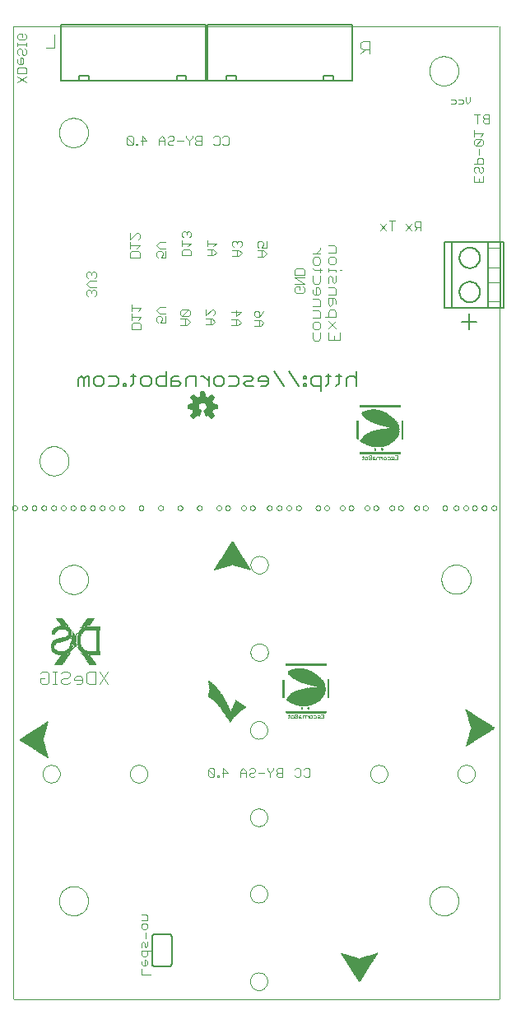
<source format=gbo>
G75*
G70*
%OFA0B0*%
%FSLAX24Y24*%
%IPPOS*%
%LPD*%
%AMOC8*
5,1,8,0,0,1.08239X$1,22.5*
%
%ADD10C,0.0000*%
%ADD11C,0.0080*%
%ADD12C,0.0030*%
%ADD13C,0.0050*%
%ADD14C,0.0040*%
%ADD15R,0.1633X0.0017*%
%ADD16R,0.1650X0.0017*%
%ADD17R,0.1650X0.0017*%
%ADD18R,0.0033X0.0017*%
%ADD19R,0.0050X0.0017*%
%ADD20R,0.0067X0.0017*%
%ADD21R,0.0083X0.0017*%
%ADD22R,0.0100X0.0017*%
%ADD23R,0.0083X0.0017*%
%ADD24R,0.0083X0.0017*%
%ADD25R,0.0017X0.0017*%
%ADD26R,0.0383X0.0017*%
%ADD27R,0.0550X0.0017*%
%ADD28R,0.0650X0.0017*%
%ADD29R,0.0750X0.0017*%
%ADD30R,0.0817X0.0017*%
%ADD31R,0.0917X0.0017*%
%ADD32R,0.0983X0.0017*%
%ADD33R,0.1033X0.0017*%
%ADD34R,0.1100X0.0017*%
%ADD35R,0.1150X0.0017*%
%ADD36R,0.1217X0.0017*%
%ADD37R,0.1267X0.0017*%
%ADD38R,0.1317X0.0017*%
%ADD39R,0.1350X0.0017*%
%ADD40R,0.1383X0.0017*%
%ADD41R,0.1417X0.0017*%
%ADD42R,0.1433X0.0017*%
%ADD43R,0.1417X0.0017*%
%ADD44R,0.1433X0.0017*%
%ADD45R,0.1433X0.0017*%
%ADD46R,0.0083X0.0017*%
%ADD47R,0.0100X0.0017*%
%ADD48R,0.1383X0.0017*%
%ADD49R,0.1367X0.0017*%
%ADD50R,0.1350X0.0017*%
%ADD51R,0.1333X0.0017*%
%ADD52R,0.1300X0.0017*%
%ADD53R,0.1267X0.0017*%
%ADD54R,0.1233X0.0017*%
%ADD55R,0.1200X0.0017*%
%ADD56R,0.1167X0.0017*%
%ADD57R,0.1133X0.0017*%
%ADD58R,0.1083X0.0017*%
%ADD59R,0.1017X0.0017*%
%ADD60R,0.0950X0.0017*%
%ADD61R,0.0883X0.0017*%
%ADD62R,0.0800X0.0017*%
%ADD63R,0.0683X0.0017*%
%ADD64R,0.0017X0.0017*%
%ADD65R,0.0500X0.0017*%
%ADD66R,0.0283X0.0017*%
%ADD67R,0.0350X0.0017*%
%ADD68R,0.0400X0.0017*%
%ADD69R,0.0483X0.0017*%
%ADD70R,0.0533X0.0017*%
%ADD71R,0.0583X0.0017*%
%ADD72R,0.0667X0.0017*%
%ADD73R,0.0700X0.0017*%
%ADD74R,0.0767X0.0017*%
%ADD75R,0.0850X0.0017*%
%ADD76R,0.0900X0.0017*%
%ADD77R,0.0967X0.0017*%
%ADD78R,0.1000X0.0017*%
%ADD79R,0.1033X0.0017*%
%ADD80R,0.1050X0.0017*%
%ADD81R,0.1067X0.0017*%
%ADD82R,0.0067X0.0017*%
%ADD83R,0.1083X0.0017*%
%ADD84R,0.1117X0.0017*%
%ADD85R,0.1117X0.0017*%
%ADD86R,0.1133X0.0017*%
%ADD87R,0.1133X0.0017*%
%ADD88R,0.1150X0.0017*%
%ADD89R,0.1117X0.0017*%
%ADD90R,0.1100X0.0017*%
%ADD91R,0.1050X0.0017*%
%ADD92R,0.1017X0.0017*%
%ADD93R,0.1000X0.0017*%
%ADD94R,0.0950X0.0017*%
%ADD95R,0.0717X0.0017*%
%ADD96R,0.0517X0.0017*%
%ADD97R,0.0367X0.0017*%
%ADD98R,0.0200X0.0017*%
%ADD99C,0.0010*%
%ADD100C,0.0059*%
%ADD101R,0.0010X0.0010*%
%ADD102R,0.0020X0.0010*%
%ADD103R,0.0040X0.0010*%
%ADD104R,0.0060X0.0010*%
%ADD105R,0.0080X0.0010*%
%ADD106R,0.0090X0.0010*%
%ADD107R,0.0100X0.0010*%
%ADD108R,0.0110X0.0010*%
%ADD109R,0.0130X0.0010*%
%ADD110R,0.0150X0.0010*%
%ADD111R,0.0170X0.0010*%
%ADD112R,0.0180X0.0010*%
%ADD113R,0.0190X0.0010*%
%ADD114R,0.0200X0.0010*%
%ADD115R,0.0220X0.0010*%
%ADD116R,0.0240X0.0010*%
%ADD117R,0.0260X0.0010*%
%ADD118R,0.0270X0.0010*%
%ADD119R,0.0280X0.0010*%
%ADD120R,0.0300X0.0010*%
%ADD121R,0.0310X0.0010*%
%ADD122R,0.0330X0.0010*%
%ADD123R,0.0350X0.0010*%
%ADD124R,0.0360X0.0010*%
%ADD125R,0.0370X0.0010*%
%ADD126R,0.0390X0.0010*%
%ADD127R,0.0400X0.0010*%
%ADD128R,0.0420X0.0010*%
%ADD129R,0.0440X0.0010*%
%ADD130R,0.0460X0.0010*%
%ADD131R,0.0480X0.0010*%
%ADD132R,0.0490X0.0010*%
%ADD133R,0.0510X0.0010*%
%ADD134R,0.0530X0.0010*%
%ADD135R,0.0550X0.0010*%
%ADD136R,0.0570X0.0010*%
%ADD137R,0.0580X0.0010*%
%ADD138R,0.0600X0.0010*%
%ADD139R,0.0610X0.0010*%
%ADD140R,0.0620X0.0010*%
%ADD141R,0.0640X0.0010*%
%ADD142R,0.0660X0.0010*%
%ADD143R,0.0670X0.0010*%
%ADD144R,0.0690X0.0010*%
%ADD145R,0.0700X0.0010*%
%ADD146R,0.0710X0.0010*%
%ADD147R,0.0730X0.0010*%
%ADD148R,0.0750X0.0010*%
%ADD149R,0.0770X0.0010*%
%ADD150R,0.0780X0.0010*%
%ADD151R,0.0790X0.0010*%
%ADD152R,0.0800X0.0010*%
%ADD153R,0.0820X0.0010*%
%ADD154R,0.0840X0.0010*%
%ADD155R,0.0860X0.0010*%
%ADD156R,0.0870X0.0010*%
%ADD157R,0.0880X0.0010*%
%ADD158R,0.0890X0.0010*%
%ADD159R,0.0910X0.0010*%
%ADD160R,0.0930X0.0010*%
%ADD161R,0.0950X0.0010*%
%ADD162R,0.0960X0.0010*%
%ADD163R,0.0940X0.0010*%
%ADD164R,0.0920X0.0010*%
%ADD165R,0.0850X0.0010*%
%ADD166R,0.0830X0.0010*%
%ADD167R,0.0810X0.0010*%
%ADD168R,0.0760X0.0010*%
%ADD169R,0.0740X0.0010*%
%ADD170R,0.0720X0.0010*%
%ADD171R,0.0650X0.0010*%
%ADD172R,0.0630X0.0010*%
%ADD173R,0.0560X0.0010*%
%ADD174R,0.0540X0.0010*%
%ADD175R,0.0500X0.0010*%
%ADD176R,0.0470X0.0010*%
%ADD177R,0.0450X0.0010*%
%ADD178R,0.0410X0.0010*%
%ADD179R,0.0380X0.0010*%
%ADD180R,0.0340X0.0010*%
%ADD181R,0.0320X0.0010*%
%ADD182R,0.0290X0.0010*%
%ADD183R,0.0250X0.0010*%
%ADD184R,0.0230X0.0010*%
%ADD185R,0.0160X0.0010*%
%ADD186R,0.0140X0.0010*%
%ADD187R,0.0070X0.0010*%
%ADD188R,0.0050X0.0010*%
%ADD189R,0.0030X0.0010*%
%ADD190R,0.0120X0.0010*%
%ADD191R,0.0430X0.0010*%
%ADD192R,0.0520X0.0010*%
%ADD193R,0.0590X0.0010*%
%ADD194R,0.0210X0.0010*%
%ADD195R,0.0010X0.0020*%
%ADD196R,0.0010X0.0040*%
%ADD197R,0.0010X0.0060*%
%ADD198R,0.0010X0.0080*%
%ADD199R,0.0010X0.0090*%
%ADD200R,0.0010X0.0100*%
%ADD201R,0.0010X0.0110*%
%ADD202R,0.0010X0.0130*%
%ADD203R,0.0010X0.0150*%
%ADD204R,0.0010X0.0170*%
%ADD205R,0.0010X0.0180*%
%ADD206R,0.0010X0.0190*%
%ADD207R,0.0010X0.0200*%
%ADD208R,0.0010X0.0220*%
%ADD209R,0.0010X0.0240*%
%ADD210R,0.0010X0.0260*%
%ADD211R,0.0010X0.0270*%
%ADD212R,0.0010X0.0280*%
%ADD213R,0.0010X0.0300*%
%ADD214R,0.0010X0.0310*%
%ADD215R,0.0010X0.0330*%
%ADD216R,0.0010X0.0350*%
%ADD217R,0.0010X0.0360*%
%ADD218R,0.0010X0.0370*%
%ADD219R,0.0010X0.0390*%
%ADD220R,0.0010X0.0400*%
%ADD221R,0.0010X0.0420*%
%ADD222R,0.0010X0.0440*%
%ADD223R,0.0010X0.0460*%
%ADD224R,0.0010X0.0480*%
%ADD225R,0.0010X0.0490*%
%ADD226R,0.0010X0.0510*%
%ADD227R,0.0010X0.0530*%
%ADD228R,0.0010X0.0550*%
%ADD229R,0.0010X0.0570*%
%ADD230R,0.0010X0.0580*%
%ADD231R,0.0010X0.0600*%
%ADD232R,0.0010X0.0610*%
%ADD233R,0.0010X0.0620*%
%ADD234R,0.0010X0.0640*%
%ADD235R,0.0010X0.0660*%
%ADD236R,0.0010X0.0670*%
%ADD237R,0.0010X0.0690*%
%ADD238R,0.0010X0.0700*%
%ADD239R,0.0010X0.0710*%
%ADD240R,0.0010X0.0730*%
%ADD241R,0.0010X0.0750*%
%ADD242R,0.0010X0.0770*%
%ADD243R,0.0010X0.0780*%
%ADD244R,0.0010X0.0790*%
%ADD245R,0.0010X0.0800*%
%ADD246R,0.0010X0.0820*%
%ADD247R,0.0010X0.0840*%
%ADD248R,0.0010X0.0860*%
%ADD249R,0.0010X0.0870*%
%ADD250R,0.0010X0.0880*%
%ADD251R,0.0010X0.0890*%
%ADD252R,0.0010X0.0910*%
%ADD253R,0.0010X0.0930*%
%ADD254R,0.0010X0.0950*%
%ADD255R,0.0010X0.0960*%
%ADD256R,0.0010X0.0940*%
%ADD257R,0.0010X0.0920*%
%ADD258R,0.0010X0.0850*%
%ADD259R,0.0010X0.0830*%
%ADD260R,0.0010X0.0810*%
%ADD261R,0.0010X0.0760*%
%ADD262R,0.0010X0.0740*%
%ADD263R,0.0010X0.0720*%
%ADD264R,0.0010X0.0650*%
%ADD265R,0.0010X0.0630*%
%ADD266R,0.0010X0.0560*%
%ADD267R,0.0010X0.0540*%
%ADD268R,0.0010X0.0500*%
%ADD269R,0.0010X0.0470*%
%ADD270R,0.0010X0.0450*%
%ADD271R,0.0010X0.0410*%
%ADD272R,0.0010X0.0380*%
%ADD273R,0.0010X0.0340*%
%ADD274R,0.0010X0.0320*%
%ADD275R,0.0010X0.0290*%
%ADD276R,0.0010X0.0250*%
%ADD277R,0.0010X0.0230*%
%ADD278R,0.0010X0.0160*%
%ADD279R,0.0010X0.0140*%
%ADD280R,0.0010X0.0070*%
%ADD281R,0.0010X0.0050*%
%ADD282R,0.0010X0.0030*%
%ADD283C,0.0060*%
%ADD284R,0.0680X0.0010*%
D10*
X018751Y014838D02*
X038399Y014838D01*
X038416Y014870D02*
X038416Y054240D01*
X038374Y054242D02*
X018731Y054242D01*
X018731Y054240D02*
X018731Y014870D01*
X020581Y018838D02*
X020583Y018886D01*
X020589Y018934D01*
X020599Y018981D01*
X020612Y019027D01*
X020630Y019072D01*
X020650Y019116D01*
X020675Y019158D01*
X020703Y019197D01*
X020733Y019234D01*
X020767Y019268D01*
X020804Y019300D01*
X020842Y019329D01*
X020883Y019354D01*
X020926Y019376D01*
X020971Y019394D01*
X021017Y019408D01*
X021064Y019419D01*
X021112Y019426D01*
X021160Y019429D01*
X021208Y019428D01*
X021256Y019423D01*
X021304Y019414D01*
X021350Y019402D01*
X021395Y019385D01*
X021439Y019365D01*
X021481Y019342D01*
X021521Y019315D01*
X021559Y019285D01*
X021594Y019252D01*
X021626Y019216D01*
X021656Y019178D01*
X021682Y019137D01*
X021704Y019094D01*
X021724Y019050D01*
X021739Y019005D01*
X021751Y018958D01*
X021759Y018910D01*
X021763Y018862D01*
X021763Y018814D01*
X021759Y018766D01*
X021751Y018718D01*
X021739Y018671D01*
X021724Y018626D01*
X021704Y018582D01*
X021682Y018539D01*
X021656Y018498D01*
X021626Y018460D01*
X021594Y018424D01*
X021559Y018391D01*
X021521Y018361D01*
X021481Y018334D01*
X021439Y018311D01*
X021395Y018291D01*
X021350Y018274D01*
X021304Y018262D01*
X021256Y018253D01*
X021208Y018248D01*
X021160Y018247D01*
X021112Y018250D01*
X021064Y018257D01*
X021017Y018268D01*
X020971Y018282D01*
X020926Y018300D01*
X020883Y018322D01*
X020842Y018347D01*
X020804Y018376D01*
X020767Y018408D01*
X020733Y018442D01*
X020703Y018479D01*
X020675Y018518D01*
X020650Y018560D01*
X020630Y018604D01*
X020612Y018649D01*
X020599Y018695D01*
X020589Y018742D01*
X020583Y018790D01*
X020581Y018838D01*
X019914Y023984D02*
X019916Y024021D01*
X019922Y024058D01*
X019931Y024094D01*
X019945Y024128D01*
X019962Y024161D01*
X019982Y024193D01*
X020005Y024222D01*
X020031Y024248D01*
X020060Y024271D01*
X020091Y024291D01*
X020125Y024308D01*
X020159Y024322D01*
X020195Y024331D01*
X020232Y024337D01*
X020269Y024339D01*
X020306Y024337D01*
X020343Y024331D01*
X020379Y024322D01*
X020413Y024308D01*
X020446Y024291D01*
X020478Y024271D01*
X020507Y024248D01*
X020533Y024222D01*
X020556Y024193D01*
X020576Y024162D01*
X020593Y024128D01*
X020607Y024094D01*
X020616Y024058D01*
X020622Y024021D01*
X020624Y023984D01*
X020622Y023947D01*
X020616Y023910D01*
X020607Y023874D01*
X020593Y023840D01*
X020576Y023807D01*
X020556Y023775D01*
X020533Y023746D01*
X020507Y023720D01*
X020478Y023697D01*
X020447Y023677D01*
X020413Y023660D01*
X020379Y023646D01*
X020343Y023637D01*
X020306Y023631D01*
X020269Y023629D01*
X020232Y023631D01*
X020195Y023637D01*
X020159Y023646D01*
X020125Y023660D01*
X020092Y023677D01*
X020060Y023697D01*
X020031Y023720D01*
X020005Y023746D01*
X019982Y023775D01*
X019962Y023806D01*
X019945Y023840D01*
X019931Y023874D01*
X019922Y023910D01*
X019916Y023947D01*
X019914Y023984D01*
X023454Y023984D02*
X023456Y024021D01*
X023462Y024058D01*
X023471Y024094D01*
X023485Y024128D01*
X023502Y024161D01*
X023522Y024193D01*
X023545Y024222D01*
X023571Y024248D01*
X023600Y024271D01*
X023631Y024291D01*
X023665Y024308D01*
X023699Y024322D01*
X023735Y024331D01*
X023772Y024337D01*
X023809Y024339D01*
X023846Y024337D01*
X023883Y024331D01*
X023919Y024322D01*
X023953Y024308D01*
X023986Y024291D01*
X024018Y024271D01*
X024047Y024248D01*
X024073Y024222D01*
X024096Y024193D01*
X024116Y024162D01*
X024133Y024128D01*
X024147Y024094D01*
X024156Y024058D01*
X024162Y024021D01*
X024164Y023984D01*
X024162Y023947D01*
X024156Y023910D01*
X024147Y023874D01*
X024133Y023840D01*
X024116Y023807D01*
X024096Y023775D01*
X024073Y023746D01*
X024047Y023720D01*
X024018Y023697D01*
X023987Y023677D01*
X023953Y023660D01*
X023919Y023646D01*
X023883Y023637D01*
X023846Y023631D01*
X023809Y023629D01*
X023772Y023631D01*
X023735Y023637D01*
X023699Y023646D01*
X023665Y023660D01*
X023632Y023677D01*
X023600Y023697D01*
X023571Y023720D01*
X023545Y023746D01*
X023522Y023775D01*
X023502Y023806D01*
X023485Y023840D01*
X023471Y023874D01*
X023462Y023910D01*
X023456Y023947D01*
X023454Y023984D01*
X028317Y025754D02*
X028319Y025791D01*
X028325Y025828D01*
X028334Y025864D01*
X028348Y025898D01*
X028365Y025931D01*
X028385Y025963D01*
X028408Y025992D01*
X028434Y026018D01*
X028463Y026041D01*
X028494Y026061D01*
X028528Y026078D01*
X028562Y026092D01*
X028598Y026101D01*
X028635Y026107D01*
X028672Y026109D01*
X028709Y026107D01*
X028746Y026101D01*
X028782Y026092D01*
X028816Y026078D01*
X028849Y026061D01*
X028881Y026041D01*
X028910Y026018D01*
X028936Y025992D01*
X028959Y025963D01*
X028979Y025932D01*
X028996Y025898D01*
X029010Y025864D01*
X029019Y025828D01*
X029025Y025791D01*
X029027Y025754D01*
X029025Y025717D01*
X029019Y025680D01*
X029010Y025644D01*
X028996Y025610D01*
X028979Y025577D01*
X028959Y025545D01*
X028936Y025516D01*
X028910Y025490D01*
X028881Y025467D01*
X028850Y025447D01*
X028816Y025430D01*
X028782Y025416D01*
X028746Y025407D01*
X028709Y025401D01*
X028672Y025399D01*
X028635Y025401D01*
X028598Y025407D01*
X028562Y025416D01*
X028528Y025430D01*
X028495Y025447D01*
X028463Y025467D01*
X028434Y025490D01*
X028408Y025516D01*
X028385Y025545D01*
X028365Y025576D01*
X028348Y025610D01*
X028334Y025644D01*
X028325Y025680D01*
X028319Y025717D01*
X028317Y025754D01*
X028337Y028907D02*
X028339Y028944D01*
X028345Y028981D01*
X028354Y029017D01*
X028368Y029051D01*
X028385Y029084D01*
X028405Y029116D01*
X028428Y029145D01*
X028454Y029171D01*
X028483Y029194D01*
X028514Y029214D01*
X028548Y029231D01*
X028582Y029245D01*
X028618Y029254D01*
X028655Y029260D01*
X028692Y029262D01*
X028729Y029260D01*
X028766Y029254D01*
X028802Y029245D01*
X028836Y029231D01*
X028869Y029214D01*
X028901Y029194D01*
X028930Y029171D01*
X028956Y029145D01*
X028979Y029116D01*
X028999Y029085D01*
X029016Y029051D01*
X029030Y029017D01*
X029039Y028981D01*
X029045Y028944D01*
X029047Y028907D01*
X029045Y028870D01*
X029039Y028833D01*
X029030Y028797D01*
X029016Y028763D01*
X028999Y028730D01*
X028979Y028698D01*
X028956Y028669D01*
X028930Y028643D01*
X028901Y028620D01*
X028870Y028600D01*
X028836Y028583D01*
X028802Y028569D01*
X028766Y028560D01*
X028729Y028554D01*
X028692Y028552D01*
X028655Y028554D01*
X028618Y028560D01*
X028582Y028569D01*
X028548Y028583D01*
X028515Y028600D01*
X028483Y028620D01*
X028454Y028643D01*
X028428Y028669D01*
X028405Y028698D01*
X028385Y028729D01*
X028368Y028763D01*
X028354Y028797D01*
X028345Y028833D01*
X028339Y028870D01*
X028337Y028907D01*
X028337Y032447D02*
X028339Y032484D01*
X028345Y032521D01*
X028354Y032557D01*
X028368Y032591D01*
X028385Y032624D01*
X028405Y032656D01*
X028428Y032685D01*
X028454Y032711D01*
X028483Y032734D01*
X028514Y032754D01*
X028548Y032771D01*
X028582Y032785D01*
X028618Y032794D01*
X028655Y032800D01*
X028692Y032802D01*
X028729Y032800D01*
X028766Y032794D01*
X028802Y032785D01*
X028836Y032771D01*
X028869Y032754D01*
X028901Y032734D01*
X028930Y032711D01*
X028956Y032685D01*
X028979Y032656D01*
X028999Y032625D01*
X029016Y032591D01*
X029030Y032557D01*
X029039Y032521D01*
X029045Y032484D01*
X029047Y032447D01*
X029045Y032410D01*
X029039Y032373D01*
X029030Y032337D01*
X029016Y032303D01*
X028999Y032270D01*
X028979Y032238D01*
X028956Y032209D01*
X028930Y032183D01*
X028901Y032160D01*
X028870Y032140D01*
X028836Y032123D01*
X028802Y032109D01*
X028766Y032100D01*
X028729Y032094D01*
X028692Y032092D01*
X028655Y032094D01*
X028618Y032100D01*
X028582Y032109D01*
X028548Y032123D01*
X028515Y032140D01*
X028483Y032160D01*
X028454Y032183D01*
X028428Y032209D01*
X028405Y032238D01*
X028385Y032269D01*
X028368Y032303D01*
X028354Y032337D01*
X028345Y032373D01*
X028339Y032410D01*
X028337Y032447D01*
X028318Y034752D02*
X028320Y034771D01*
X028325Y034790D01*
X028335Y034806D01*
X028347Y034821D01*
X028362Y034833D01*
X028378Y034843D01*
X028397Y034848D01*
X028416Y034850D01*
X028435Y034848D01*
X028454Y034843D01*
X028470Y034833D01*
X028485Y034821D01*
X028497Y034806D01*
X028507Y034790D01*
X028512Y034771D01*
X028514Y034752D01*
X028512Y034733D01*
X028507Y034714D01*
X028497Y034698D01*
X028485Y034683D01*
X028470Y034671D01*
X028454Y034661D01*
X028435Y034656D01*
X028416Y034654D01*
X028397Y034656D01*
X028378Y034661D01*
X028362Y034671D01*
X028347Y034683D01*
X028335Y034698D01*
X028325Y034714D01*
X028320Y034733D01*
X028318Y034752D01*
X027964Y034752D02*
X027966Y034771D01*
X027971Y034790D01*
X027981Y034806D01*
X027993Y034821D01*
X028008Y034833D01*
X028024Y034843D01*
X028043Y034848D01*
X028062Y034850D01*
X028081Y034848D01*
X028100Y034843D01*
X028116Y034833D01*
X028131Y034821D01*
X028143Y034806D01*
X028153Y034790D01*
X028158Y034771D01*
X028160Y034752D01*
X028158Y034733D01*
X028153Y034714D01*
X028143Y034698D01*
X028131Y034683D01*
X028116Y034671D01*
X028100Y034661D01*
X028081Y034656D01*
X028062Y034654D01*
X028043Y034656D01*
X028024Y034661D01*
X028008Y034671D01*
X027993Y034683D01*
X027981Y034698D01*
X027971Y034714D01*
X027966Y034733D01*
X027964Y034752D01*
X027315Y034752D02*
X027317Y034771D01*
X027322Y034790D01*
X027332Y034806D01*
X027344Y034821D01*
X027359Y034833D01*
X027375Y034843D01*
X027394Y034848D01*
X027413Y034850D01*
X027432Y034848D01*
X027451Y034843D01*
X027467Y034833D01*
X027482Y034821D01*
X027494Y034806D01*
X027504Y034790D01*
X027509Y034771D01*
X027511Y034752D01*
X027509Y034733D01*
X027504Y034714D01*
X027494Y034698D01*
X027482Y034683D01*
X027467Y034671D01*
X027451Y034661D01*
X027432Y034656D01*
X027413Y034654D01*
X027394Y034656D01*
X027375Y034661D01*
X027359Y034671D01*
X027344Y034683D01*
X027332Y034698D01*
X027322Y034714D01*
X027317Y034733D01*
X027315Y034752D01*
X026960Y034752D02*
X026962Y034771D01*
X026967Y034790D01*
X026977Y034806D01*
X026989Y034821D01*
X027004Y034833D01*
X027020Y034843D01*
X027039Y034848D01*
X027058Y034850D01*
X027077Y034848D01*
X027096Y034843D01*
X027112Y034833D01*
X027127Y034821D01*
X027139Y034806D01*
X027149Y034790D01*
X027154Y034771D01*
X027156Y034752D01*
X027154Y034733D01*
X027149Y034714D01*
X027139Y034698D01*
X027127Y034683D01*
X027112Y034671D01*
X027096Y034661D01*
X027077Y034656D01*
X027058Y034654D01*
X027039Y034656D01*
X027020Y034661D01*
X027004Y034671D01*
X026989Y034683D01*
X026977Y034698D01*
X026967Y034714D01*
X026962Y034733D01*
X026960Y034752D01*
X026173Y034752D02*
X026175Y034771D01*
X026180Y034790D01*
X026190Y034806D01*
X026202Y034821D01*
X026217Y034833D01*
X026233Y034843D01*
X026252Y034848D01*
X026271Y034850D01*
X026290Y034848D01*
X026309Y034843D01*
X026325Y034833D01*
X026340Y034821D01*
X026352Y034806D01*
X026362Y034790D01*
X026367Y034771D01*
X026369Y034752D01*
X026367Y034733D01*
X026362Y034714D01*
X026352Y034698D01*
X026340Y034683D01*
X026325Y034671D01*
X026309Y034661D01*
X026290Y034656D01*
X026271Y034654D01*
X026252Y034656D01*
X026233Y034661D01*
X026217Y034671D01*
X026202Y034683D01*
X026190Y034698D01*
X026180Y034714D01*
X026175Y034733D01*
X026173Y034752D01*
X025385Y034752D02*
X025387Y034771D01*
X025392Y034790D01*
X025402Y034806D01*
X025414Y034821D01*
X025429Y034833D01*
X025445Y034843D01*
X025464Y034848D01*
X025483Y034850D01*
X025502Y034848D01*
X025521Y034843D01*
X025537Y034833D01*
X025552Y034821D01*
X025564Y034806D01*
X025574Y034790D01*
X025579Y034771D01*
X025581Y034752D01*
X025579Y034733D01*
X025574Y034714D01*
X025564Y034698D01*
X025552Y034683D01*
X025537Y034671D01*
X025521Y034661D01*
X025502Y034656D01*
X025483Y034654D01*
X025464Y034656D01*
X025445Y034661D01*
X025429Y034671D01*
X025414Y034683D01*
X025402Y034698D01*
X025392Y034714D01*
X025387Y034733D01*
X025385Y034752D01*
X024598Y034752D02*
X024600Y034771D01*
X024605Y034790D01*
X024615Y034806D01*
X024627Y034821D01*
X024642Y034833D01*
X024658Y034843D01*
X024677Y034848D01*
X024696Y034850D01*
X024715Y034848D01*
X024734Y034843D01*
X024750Y034833D01*
X024765Y034821D01*
X024777Y034806D01*
X024787Y034790D01*
X024792Y034771D01*
X024794Y034752D01*
X024792Y034733D01*
X024787Y034714D01*
X024777Y034698D01*
X024765Y034683D01*
X024750Y034671D01*
X024734Y034661D01*
X024715Y034656D01*
X024696Y034654D01*
X024677Y034656D01*
X024658Y034661D01*
X024642Y034671D01*
X024627Y034683D01*
X024615Y034698D01*
X024605Y034714D01*
X024600Y034733D01*
X024598Y034752D01*
X023811Y034752D02*
X023813Y034771D01*
X023818Y034790D01*
X023828Y034806D01*
X023840Y034821D01*
X023855Y034833D01*
X023871Y034843D01*
X023890Y034848D01*
X023909Y034850D01*
X023928Y034848D01*
X023947Y034843D01*
X023963Y034833D01*
X023978Y034821D01*
X023990Y034806D01*
X024000Y034790D01*
X024005Y034771D01*
X024007Y034752D01*
X024005Y034733D01*
X024000Y034714D01*
X023990Y034698D01*
X023978Y034683D01*
X023963Y034671D01*
X023947Y034661D01*
X023928Y034656D01*
X023909Y034654D01*
X023890Y034656D01*
X023871Y034661D01*
X023855Y034671D01*
X023840Y034683D01*
X023828Y034698D01*
X023818Y034714D01*
X023813Y034733D01*
X023811Y034752D01*
X023023Y034752D02*
X023025Y034771D01*
X023030Y034790D01*
X023040Y034806D01*
X023052Y034821D01*
X023067Y034833D01*
X023083Y034843D01*
X023102Y034848D01*
X023121Y034850D01*
X023140Y034848D01*
X023159Y034843D01*
X023175Y034833D01*
X023190Y034821D01*
X023202Y034806D01*
X023212Y034790D01*
X023217Y034771D01*
X023219Y034752D01*
X023217Y034733D01*
X023212Y034714D01*
X023202Y034698D01*
X023190Y034683D01*
X023175Y034671D01*
X023159Y034661D01*
X023140Y034656D01*
X023121Y034654D01*
X023102Y034656D01*
X023083Y034661D01*
X023067Y034671D01*
X023052Y034683D01*
X023040Y034698D01*
X023030Y034714D01*
X023025Y034733D01*
X023023Y034752D01*
X022630Y034752D02*
X022632Y034771D01*
X022637Y034790D01*
X022647Y034806D01*
X022659Y034821D01*
X022674Y034833D01*
X022690Y034843D01*
X022709Y034848D01*
X022728Y034850D01*
X022747Y034848D01*
X022766Y034843D01*
X022782Y034833D01*
X022797Y034821D01*
X022809Y034806D01*
X022819Y034790D01*
X022824Y034771D01*
X022826Y034752D01*
X022824Y034733D01*
X022819Y034714D01*
X022809Y034698D01*
X022797Y034683D01*
X022782Y034671D01*
X022766Y034661D01*
X022747Y034656D01*
X022728Y034654D01*
X022709Y034656D01*
X022690Y034661D01*
X022674Y034671D01*
X022659Y034683D01*
X022647Y034698D01*
X022637Y034714D01*
X022632Y034733D01*
X022630Y034752D01*
X022236Y034752D02*
X022238Y034771D01*
X022243Y034790D01*
X022253Y034806D01*
X022265Y034821D01*
X022280Y034833D01*
X022296Y034843D01*
X022315Y034848D01*
X022334Y034850D01*
X022353Y034848D01*
X022372Y034843D01*
X022388Y034833D01*
X022403Y034821D01*
X022415Y034806D01*
X022425Y034790D01*
X022430Y034771D01*
X022432Y034752D01*
X022430Y034733D01*
X022425Y034714D01*
X022415Y034698D01*
X022403Y034683D01*
X022388Y034671D01*
X022372Y034661D01*
X022353Y034656D01*
X022334Y034654D01*
X022315Y034656D01*
X022296Y034661D01*
X022280Y034671D01*
X022265Y034683D01*
X022253Y034698D01*
X022243Y034714D01*
X022238Y034733D01*
X022236Y034752D01*
X021842Y034752D02*
X021844Y034771D01*
X021849Y034790D01*
X021859Y034806D01*
X021871Y034821D01*
X021886Y034833D01*
X021902Y034843D01*
X021921Y034848D01*
X021940Y034850D01*
X021959Y034848D01*
X021978Y034843D01*
X021994Y034833D01*
X022009Y034821D01*
X022021Y034806D01*
X022031Y034790D01*
X022036Y034771D01*
X022038Y034752D01*
X022036Y034733D01*
X022031Y034714D01*
X022021Y034698D01*
X022009Y034683D01*
X021994Y034671D01*
X021978Y034661D01*
X021959Y034656D01*
X021940Y034654D01*
X021921Y034656D01*
X021902Y034661D01*
X021886Y034671D01*
X021871Y034683D01*
X021859Y034698D01*
X021849Y034714D01*
X021844Y034733D01*
X021842Y034752D01*
X021448Y034752D02*
X021450Y034771D01*
X021455Y034790D01*
X021465Y034806D01*
X021477Y034821D01*
X021492Y034833D01*
X021508Y034843D01*
X021527Y034848D01*
X021546Y034850D01*
X021565Y034848D01*
X021584Y034843D01*
X021600Y034833D01*
X021615Y034821D01*
X021627Y034806D01*
X021637Y034790D01*
X021642Y034771D01*
X021644Y034752D01*
X021642Y034733D01*
X021637Y034714D01*
X021627Y034698D01*
X021615Y034683D01*
X021600Y034671D01*
X021584Y034661D01*
X021565Y034656D01*
X021546Y034654D01*
X021527Y034656D01*
X021508Y034661D01*
X021492Y034671D01*
X021477Y034683D01*
X021465Y034698D01*
X021455Y034714D01*
X021450Y034733D01*
X021448Y034752D01*
X021055Y034752D02*
X021057Y034771D01*
X021062Y034790D01*
X021072Y034806D01*
X021084Y034821D01*
X021099Y034833D01*
X021115Y034843D01*
X021134Y034848D01*
X021153Y034850D01*
X021172Y034848D01*
X021191Y034843D01*
X021207Y034833D01*
X021222Y034821D01*
X021234Y034806D01*
X021244Y034790D01*
X021249Y034771D01*
X021251Y034752D01*
X021249Y034733D01*
X021244Y034714D01*
X021234Y034698D01*
X021222Y034683D01*
X021207Y034671D01*
X021191Y034661D01*
X021172Y034656D01*
X021153Y034654D01*
X021134Y034656D01*
X021115Y034661D01*
X021099Y034671D01*
X021084Y034683D01*
X021072Y034698D01*
X021062Y034714D01*
X021057Y034733D01*
X021055Y034752D01*
X020661Y034752D02*
X020663Y034771D01*
X020668Y034790D01*
X020678Y034806D01*
X020690Y034821D01*
X020705Y034833D01*
X020721Y034843D01*
X020740Y034848D01*
X020759Y034850D01*
X020778Y034848D01*
X020797Y034843D01*
X020813Y034833D01*
X020828Y034821D01*
X020840Y034806D01*
X020850Y034790D01*
X020855Y034771D01*
X020857Y034752D01*
X020855Y034733D01*
X020850Y034714D01*
X020840Y034698D01*
X020828Y034683D01*
X020813Y034671D01*
X020797Y034661D01*
X020778Y034656D01*
X020759Y034654D01*
X020740Y034656D01*
X020721Y034661D01*
X020705Y034671D01*
X020690Y034683D01*
X020678Y034698D01*
X020668Y034714D01*
X020663Y034733D01*
X020661Y034752D01*
X020267Y034752D02*
X020269Y034771D01*
X020274Y034790D01*
X020284Y034806D01*
X020296Y034821D01*
X020311Y034833D01*
X020327Y034843D01*
X020346Y034848D01*
X020365Y034850D01*
X020384Y034848D01*
X020403Y034843D01*
X020419Y034833D01*
X020434Y034821D01*
X020446Y034806D01*
X020456Y034790D01*
X020461Y034771D01*
X020463Y034752D01*
X020461Y034733D01*
X020456Y034714D01*
X020446Y034698D01*
X020434Y034683D01*
X020419Y034671D01*
X020403Y034661D01*
X020384Y034656D01*
X020365Y034654D01*
X020346Y034656D01*
X020327Y034661D01*
X020311Y034671D01*
X020296Y034683D01*
X020284Y034698D01*
X020274Y034714D01*
X020269Y034733D01*
X020267Y034752D01*
X019874Y034752D02*
X019876Y034771D01*
X019881Y034790D01*
X019891Y034806D01*
X019903Y034821D01*
X019918Y034833D01*
X019934Y034843D01*
X019953Y034848D01*
X019972Y034850D01*
X019991Y034848D01*
X020010Y034843D01*
X020026Y034833D01*
X020041Y034821D01*
X020053Y034806D01*
X020063Y034790D01*
X020068Y034771D01*
X020070Y034752D01*
X020068Y034733D01*
X020063Y034714D01*
X020053Y034698D01*
X020041Y034683D01*
X020026Y034671D01*
X020010Y034661D01*
X019991Y034656D01*
X019972Y034654D01*
X019953Y034656D01*
X019934Y034661D01*
X019918Y034671D01*
X019903Y034683D01*
X019891Y034698D01*
X019881Y034714D01*
X019876Y034733D01*
X019874Y034752D01*
X019480Y034752D02*
X019482Y034771D01*
X019487Y034790D01*
X019497Y034806D01*
X019509Y034821D01*
X019524Y034833D01*
X019540Y034843D01*
X019559Y034848D01*
X019578Y034850D01*
X019597Y034848D01*
X019616Y034843D01*
X019632Y034833D01*
X019647Y034821D01*
X019659Y034806D01*
X019669Y034790D01*
X019674Y034771D01*
X019676Y034752D01*
X019674Y034733D01*
X019669Y034714D01*
X019659Y034698D01*
X019647Y034683D01*
X019632Y034671D01*
X019616Y034661D01*
X019597Y034656D01*
X019578Y034654D01*
X019559Y034656D01*
X019540Y034661D01*
X019524Y034671D01*
X019509Y034683D01*
X019497Y034698D01*
X019487Y034714D01*
X019482Y034733D01*
X019480Y034752D01*
X019086Y034752D02*
X019088Y034771D01*
X019093Y034790D01*
X019103Y034806D01*
X019115Y034821D01*
X019130Y034833D01*
X019146Y034843D01*
X019165Y034848D01*
X019184Y034850D01*
X019203Y034848D01*
X019222Y034843D01*
X019238Y034833D01*
X019253Y034821D01*
X019265Y034806D01*
X019275Y034790D01*
X019280Y034771D01*
X019282Y034752D01*
X019280Y034733D01*
X019275Y034714D01*
X019265Y034698D01*
X019253Y034683D01*
X019238Y034671D01*
X019222Y034661D01*
X019203Y034656D01*
X019184Y034654D01*
X019165Y034656D01*
X019146Y034661D01*
X019130Y034671D01*
X019115Y034683D01*
X019103Y034698D01*
X019093Y034714D01*
X019088Y034733D01*
X019086Y034752D01*
X018692Y034752D02*
X018694Y034771D01*
X018699Y034790D01*
X018709Y034806D01*
X018721Y034821D01*
X018736Y034833D01*
X018752Y034843D01*
X018771Y034848D01*
X018790Y034850D01*
X018809Y034848D01*
X018828Y034843D01*
X018844Y034833D01*
X018859Y034821D01*
X018871Y034806D01*
X018881Y034790D01*
X018886Y034771D01*
X018888Y034752D01*
X018886Y034733D01*
X018881Y034714D01*
X018871Y034698D01*
X018859Y034683D01*
X018844Y034671D01*
X018828Y034661D01*
X018809Y034656D01*
X018790Y034654D01*
X018771Y034656D01*
X018752Y034661D01*
X018736Y034671D01*
X018721Y034683D01*
X018709Y034698D01*
X018699Y034714D01*
X018694Y034733D01*
X018692Y034752D01*
X019794Y036653D02*
X019796Y036701D01*
X019802Y036749D01*
X019812Y036796D01*
X019825Y036842D01*
X019843Y036887D01*
X019863Y036931D01*
X019888Y036973D01*
X019916Y037012D01*
X019946Y037049D01*
X019980Y037083D01*
X020017Y037115D01*
X020055Y037144D01*
X020096Y037169D01*
X020139Y037191D01*
X020184Y037209D01*
X020230Y037223D01*
X020277Y037234D01*
X020325Y037241D01*
X020373Y037244D01*
X020421Y037243D01*
X020469Y037238D01*
X020517Y037229D01*
X020563Y037217D01*
X020608Y037200D01*
X020652Y037180D01*
X020694Y037157D01*
X020734Y037130D01*
X020772Y037100D01*
X020807Y037067D01*
X020839Y037031D01*
X020869Y036993D01*
X020895Y036952D01*
X020917Y036909D01*
X020937Y036865D01*
X020952Y036820D01*
X020964Y036773D01*
X020972Y036725D01*
X020976Y036677D01*
X020976Y036629D01*
X020972Y036581D01*
X020964Y036533D01*
X020952Y036486D01*
X020937Y036441D01*
X020917Y036397D01*
X020895Y036354D01*
X020869Y036313D01*
X020839Y036275D01*
X020807Y036239D01*
X020772Y036206D01*
X020734Y036176D01*
X020694Y036149D01*
X020652Y036126D01*
X020608Y036106D01*
X020563Y036089D01*
X020517Y036077D01*
X020469Y036068D01*
X020421Y036063D01*
X020373Y036062D01*
X020325Y036065D01*
X020277Y036072D01*
X020230Y036083D01*
X020184Y036097D01*
X020139Y036115D01*
X020096Y036137D01*
X020055Y036162D01*
X020017Y036191D01*
X019980Y036223D01*
X019946Y036257D01*
X019916Y036294D01*
X019888Y036333D01*
X019863Y036375D01*
X019843Y036419D01*
X019825Y036464D01*
X019812Y036510D01*
X019802Y036557D01*
X019796Y036605D01*
X019794Y036653D01*
X020581Y031850D02*
X020583Y031898D01*
X020589Y031946D01*
X020599Y031993D01*
X020612Y032039D01*
X020630Y032084D01*
X020650Y032128D01*
X020675Y032170D01*
X020703Y032209D01*
X020733Y032246D01*
X020767Y032280D01*
X020804Y032312D01*
X020842Y032341D01*
X020883Y032366D01*
X020926Y032388D01*
X020971Y032406D01*
X021017Y032420D01*
X021064Y032431D01*
X021112Y032438D01*
X021160Y032441D01*
X021208Y032440D01*
X021256Y032435D01*
X021304Y032426D01*
X021350Y032414D01*
X021395Y032397D01*
X021439Y032377D01*
X021481Y032354D01*
X021521Y032327D01*
X021559Y032297D01*
X021594Y032264D01*
X021626Y032228D01*
X021656Y032190D01*
X021682Y032149D01*
X021704Y032106D01*
X021724Y032062D01*
X021739Y032017D01*
X021751Y031970D01*
X021759Y031922D01*
X021763Y031874D01*
X021763Y031826D01*
X021759Y031778D01*
X021751Y031730D01*
X021739Y031683D01*
X021724Y031638D01*
X021704Y031594D01*
X021682Y031551D01*
X021656Y031510D01*
X021626Y031472D01*
X021594Y031436D01*
X021559Y031403D01*
X021521Y031373D01*
X021481Y031346D01*
X021439Y031323D01*
X021395Y031303D01*
X021350Y031286D01*
X021304Y031274D01*
X021256Y031265D01*
X021208Y031260D01*
X021160Y031259D01*
X021112Y031262D01*
X021064Y031269D01*
X021017Y031280D01*
X020971Y031294D01*
X020926Y031312D01*
X020883Y031334D01*
X020842Y031359D01*
X020804Y031388D01*
X020767Y031420D01*
X020733Y031454D01*
X020703Y031491D01*
X020675Y031530D01*
X020650Y031572D01*
X020630Y031616D01*
X020612Y031661D01*
X020599Y031707D01*
X020589Y031754D01*
X020583Y031802D01*
X020581Y031850D01*
X028317Y022214D02*
X028319Y022251D01*
X028325Y022288D01*
X028334Y022324D01*
X028348Y022358D01*
X028365Y022391D01*
X028385Y022423D01*
X028408Y022452D01*
X028434Y022478D01*
X028463Y022501D01*
X028494Y022521D01*
X028528Y022538D01*
X028562Y022552D01*
X028598Y022561D01*
X028635Y022567D01*
X028672Y022569D01*
X028709Y022567D01*
X028746Y022561D01*
X028782Y022552D01*
X028816Y022538D01*
X028849Y022521D01*
X028881Y022501D01*
X028910Y022478D01*
X028936Y022452D01*
X028959Y022423D01*
X028979Y022392D01*
X028996Y022358D01*
X029010Y022324D01*
X029019Y022288D01*
X029025Y022251D01*
X029027Y022214D01*
X029025Y022177D01*
X029019Y022140D01*
X029010Y022104D01*
X028996Y022070D01*
X028979Y022037D01*
X028959Y022005D01*
X028936Y021976D01*
X028910Y021950D01*
X028881Y021927D01*
X028850Y021907D01*
X028816Y021890D01*
X028782Y021876D01*
X028746Y021867D01*
X028709Y021861D01*
X028672Y021859D01*
X028635Y021861D01*
X028598Y021867D01*
X028562Y021876D01*
X028528Y021890D01*
X028495Y021907D01*
X028463Y021927D01*
X028434Y021950D01*
X028408Y021976D01*
X028385Y022005D01*
X028365Y022036D01*
X028348Y022070D01*
X028334Y022104D01*
X028325Y022140D01*
X028319Y022177D01*
X028317Y022214D01*
X028317Y019120D02*
X028319Y019157D01*
X028325Y019194D01*
X028334Y019230D01*
X028348Y019264D01*
X028365Y019297D01*
X028385Y019329D01*
X028408Y019358D01*
X028434Y019384D01*
X028463Y019407D01*
X028494Y019427D01*
X028528Y019444D01*
X028562Y019458D01*
X028598Y019467D01*
X028635Y019473D01*
X028672Y019475D01*
X028709Y019473D01*
X028746Y019467D01*
X028782Y019458D01*
X028816Y019444D01*
X028849Y019427D01*
X028881Y019407D01*
X028910Y019384D01*
X028936Y019358D01*
X028959Y019329D01*
X028979Y019298D01*
X028996Y019264D01*
X029010Y019230D01*
X029019Y019194D01*
X029025Y019157D01*
X029027Y019120D01*
X029025Y019083D01*
X029019Y019046D01*
X029010Y019010D01*
X028996Y018976D01*
X028979Y018943D01*
X028959Y018911D01*
X028936Y018882D01*
X028910Y018856D01*
X028881Y018833D01*
X028850Y018813D01*
X028816Y018796D01*
X028782Y018782D01*
X028746Y018773D01*
X028709Y018767D01*
X028672Y018765D01*
X028635Y018767D01*
X028598Y018773D01*
X028562Y018782D01*
X028528Y018796D01*
X028495Y018813D01*
X028463Y018833D01*
X028434Y018856D01*
X028408Y018882D01*
X028385Y018911D01*
X028365Y018942D01*
X028348Y018976D01*
X028334Y019010D01*
X028325Y019046D01*
X028319Y019083D01*
X028317Y019120D01*
X028317Y015580D02*
X028319Y015617D01*
X028325Y015654D01*
X028334Y015690D01*
X028348Y015724D01*
X028365Y015757D01*
X028385Y015789D01*
X028408Y015818D01*
X028434Y015844D01*
X028463Y015867D01*
X028494Y015887D01*
X028528Y015904D01*
X028562Y015918D01*
X028598Y015927D01*
X028635Y015933D01*
X028672Y015935D01*
X028709Y015933D01*
X028746Y015927D01*
X028782Y015918D01*
X028816Y015904D01*
X028849Y015887D01*
X028881Y015867D01*
X028910Y015844D01*
X028936Y015818D01*
X028959Y015789D01*
X028979Y015758D01*
X028996Y015724D01*
X029010Y015690D01*
X029019Y015654D01*
X029025Y015617D01*
X029027Y015580D01*
X029025Y015543D01*
X029019Y015506D01*
X029010Y015470D01*
X028996Y015436D01*
X028979Y015403D01*
X028959Y015371D01*
X028936Y015342D01*
X028910Y015316D01*
X028881Y015293D01*
X028850Y015273D01*
X028816Y015256D01*
X028782Y015242D01*
X028746Y015233D01*
X028709Y015227D01*
X028672Y015225D01*
X028635Y015227D01*
X028598Y015233D01*
X028562Y015242D01*
X028528Y015256D01*
X028495Y015273D01*
X028463Y015293D01*
X028434Y015316D01*
X028408Y015342D01*
X028385Y015371D01*
X028365Y015402D01*
X028348Y015436D01*
X028334Y015470D01*
X028325Y015506D01*
X028319Y015543D01*
X028317Y015580D01*
X033181Y023984D02*
X033183Y024021D01*
X033189Y024058D01*
X033198Y024094D01*
X033212Y024128D01*
X033229Y024161D01*
X033249Y024193D01*
X033272Y024222D01*
X033298Y024248D01*
X033327Y024271D01*
X033358Y024291D01*
X033392Y024308D01*
X033426Y024322D01*
X033462Y024331D01*
X033499Y024337D01*
X033536Y024339D01*
X033573Y024337D01*
X033610Y024331D01*
X033646Y024322D01*
X033680Y024308D01*
X033713Y024291D01*
X033745Y024271D01*
X033774Y024248D01*
X033800Y024222D01*
X033823Y024193D01*
X033843Y024162D01*
X033860Y024128D01*
X033874Y024094D01*
X033883Y024058D01*
X033889Y024021D01*
X033891Y023984D01*
X033889Y023947D01*
X033883Y023910D01*
X033874Y023874D01*
X033860Y023840D01*
X033843Y023807D01*
X033823Y023775D01*
X033800Y023746D01*
X033774Y023720D01*
X033745Y023697D01*
X033714Y023677D01*
X033680Y023660D01*
X033646Y023646D01*
X033610Y023637D01*
X033573Y023631D01*
X033536Y023629D01*
X033499Y023631D01*
X033462Y023637D01*
X033426Y023646D01*
X033392Y023660D01*
X033359Y023677D01*
X033327Y023697D01*
X033298Y023720D01*
X033272Y023746D01*
X033249Y023775D01*
X033229Y023806D01*
X033212Y023840D01*
X033198Y023874D01*
X033189Y023910D01*
X033183Y023947D01*
X033181Y023984D01*
X036721Y023984D02*
X036723Y024021D01*
X036729Y024058D01*
X036738Y024094D01*
X036752Y024128D01*
X036769Y024161D01*
X036789Y024193D01*
X036812Y024222D01*
X036838Y024248D01*
X036867Y024271D01*
X036898Y024291D01*
X036932Y024308D01*
X036966Y024322D01*
X037002Y024331D01*
X037039Y024337D01*
X037076Y024339D01*
X037113Y024337D01*
X037150Y024331D01*
X037186Y024322D01*
X037220Y024308D01*
X037253Y024291D01*
X037285Y024271D01*
X037314Y024248D01*
X037340Y024222D01*
X037363Y024193D01*
X037383Y024162D01*
X037400Y024128D01*
X037414Y024094D01*
X037423Y024058D01*
X037429Y024021D01*
X037431Y023984D01*
X037429Y023947D01*
X037423Y023910D01*
X037414Y023874D01*
X037400Y023840D01*
X037383Y023807D01*
X037363Y023775D01*
X037340Y023746D01*
X037314Y023720D01*
X037285Y023697D01*
X037254Y023677D01*
X037220Y023660D01*
X037186Y023646D01*
X037150Y023637D01*
X037113Y023631D01*
X037076Y023629D01*
X037039Y023631D01*
X037002Y023637D01*
X036966Y023646D01*
X036932Y023660D01*
X036899Y023677D01*
X036867Y023697D01*
X036838Y023720D01*
X036812Y023746D01*
X036789Y023775D01*
X036769Y023806D01*
X036752Y023840D01*
X036738Y023874D01*
X036729Y023910D01*
X036723Y023947D01*
X036721Y023984D01*
X035581Y018838D02*
X035583Y018886D01*
X035589Y018934D01*
X035599Y018981D01*
X035612Y019027D01*
X035630Y019072D01*
X035650Y019116D01*
X035675Y019158D01*
X035703Y019197D01*
X035733Y019234D01*
X035767Y019268D01*
X035804Y019300D01*
X035842Y019329D01*
X035883Y019354D01*
X035926Y019376D01*
X035971Y019394D01*
X036017Y019408D01*
X036064Y019419D01*
X036112Y019426D01*
X036160Y019429D01*
X036208Y019428D01*
X036256Y019423D01*
X036304Y019414D01*
X036350Y019402D01*
X036395Y019385D01*
X036439Y019365D01*
X036481Y019342D01*
X036521Y019315D01*
X036559Y019285D01*
X036594Y019252D01*
X036626Y019216D01*
X036656Y019178D01*
X036682Y019137D01*
X036704Y019094D01*
X036724Y019050D01*
X036739Y019005D01*
X036751Y018958D01*
X036759Y018910D01*
X036763Y018862D01*
X036763Y018814D01*
X036759Y018766D01*
X036751Y018718D01*
X036739Y018671D01*
X036724Y018626D01*
X036704Y018582D01*
X036682Y018539D01*
X036656Y018498D01*
X036626Y018460D01*
X036594Y018424D01*
X036559Y018391D01*
X036521Y018361D01*
X036481Y018334D01*
X036439Y018311D01*
X036395Y018291D01*
X036350Y018274D01*
X036304Y018262D01*
X036256Y018253D01*
X036208Y018248D01*
X036160Y018247D01*
X036112Y018250D01*
X036064Y018257D01*
X036017Y018268D01*
X035971Y018282D01*
X035926Y018300D01*
X035883Y018322D01*
X035842Y018347D01*
X035804Y018376D01*
X035767Y018408D01*
X035733Y018442D01*
X035703Y018479D01*
X035675Y018518D01*
X035650Y018560D01*
X035630Y018604D01*
X035612Y018649D01*
X035599Y018695D01*
X035589Y018742D01*
X035583Y018790D01*
X035581Y018838D01*
X036074Y031858D02*
X036076Y031906D01*
X036082Y031954D01*
X036092Y032001D01*
X036105Y032047D01*
X036123Y032092D01*
X036143Y032136D01*
X036168Y032178D01*
X036196Y032217D01*
X036226Y032254D01*
X036260Y032288D01*
X036297Y032320D01*
X036335Y032349D01*
X036376Y032374D01*
X036419Y032396D01*
X036464Y032414D01*
X036510Y032428D01*
X036557Y032439D01*
X036605Y032446D01*
X036653Y032449D01*
X036701Y032448D01*
X036749Y032443D01*
X036797Y032434D01*
X036843Y032422D01*
X036888Y032405D01*
X036932Y032385D01*
X036974Y032362D01*
X037014Y032335D01*
X037052Y032305D01*
X037087Y032272D01*
X037119Y032236D01*
X037149Y032198D01*
X037175Y032157D01*
X037197Y032114D01*
X037217Y032070D01*
X037232Y032025D01*
X037244Y031978D01*
X037252Y031930D01*
X037256Y031882D01*
X037256Y031834D01*
X037252Y031786D01*
X037244Y031738D01*
X037232Y031691D01*
X037217Y031646D01*
X037197Y031602D01*
X037175Y031559D01*
X037149Y031518D01*
X037119Y031480D01*
X037087Y031444D01*
X037052Y031411D01*
X037014Y031381D01*
X036974Y031354D01*
X036932Y031331D01*
X036888Y031311D01*
X036843Y031294D01*
X036797Y031282D01*
X036749Y031273D01*
X036701Y031268D01*
X036653Y031267D01*
X036605Y031270D01*
X036557Y031277D01*
X036510Y031288D01*
X036464Y031302D01*
X036419Y031320D01*
X036376Y031342D01*
X036335Y031367D01*
X036297Y031396D01*
X036260Y031428D01*
X036226Y031462D01*
X036196Y031499D01*
X036168Y031538D01*
X036143Y031580D01*
X036123Y031624D01*
X036105Y031669D01*
X036092Y031715D01*
X036082Y031762D01*
X036076Y031810D01*
X036074Y031858D01*
X036114Y034752D02*
X036116Y034771D01*
X036121Y034790D01*
X036131Y034806D01*
X036143Y034821D01*
X036158Y034833D01*
X036174Y034843D01*
X036193Y034848D01*
X036212Y034850D01*
X036231Y034848D01*
X036250Y034843D01*
X036266Y034833D01*
X036281Y034821D01*
X036293Y034806D01*
X036303Y034790D01*
X036308Y034771D01*
X036310Y034752D01*
X036308Y034733D01*
X036303Y034714D01*
X036293Y034698D01*
X036281Y034683D01*
X036266Y034671D01*
X036250Y034661D01*
X036231Y034656D01*
X036212Y034654D01*
X036193Y034656D01*
X036174Y034661D01*
X036158Y034671D01*
X036143Y034683D01*
X036131Y034698D01*
X036121Y034714D01*
X036116Y034733D01*
X036114Y034752D01*
X036567Y034752D02*
X036569Y034771D01*
X036574Y034790D01*
X036584Y034806D01*
X036596Y034821D01*
X036611Y034833D01*
X036627Y034843D01*
X036646Y034848D01*
X036665Y034850D01*
X036684Y034848D01*
X036703Y034843D01*
X036719Y034833D01*
X036734Y034821D01*
X036746Y034806D01*
X036756Y034790D01*
X036761Y034771D01*
X036763Y034752D01*
X036761Y034733D01*
X036756Y034714D01*
X036746Y034698D01*
X036734Y034683D01*
X036719Y034671D01*
X036703Y034661D01*
X036684Y034656D01*
X036665Y034654D01*
X036646Y034656D01*
X036627Y034661D01*
X036611Y034671D01*
X036596Y034683D01*
X036584Y034698D01*
X036574Y034714D01*
X036569Y034733D01*
X036567Y034752D01*
X036960Y034752D02*
X036962Y034771D01*
X036967Y034790D01*
X036977Y034806D01*
X036989Y034821D01*
X037004Y034833D01*
X037020Y034843D01*
X037039Y034848D01*
X037058Y034850D01*
X037077Y034848D01*
X037096Y034843D01*
X037112Y034833D01*
X037127Y034821D01*
X037139Y034806D01*
X037149Y034790D01*
X037154Y034771D01*
X037156Y034752D01*
X037154Y034733D01*
X037149Y034714D01*
X037139Y034698D01*
X037127Y034683D01*
X037112Y034671D01*
X037096Y034661D01*
X037077Y034656D01*
X037058Y034654D01*
X037039Y034656D01*
X037020Y034661D01*
X037004Y034671D01*
X036989Y034683D01*
X036977Y034698D01*
X036967Y034714D01*
X036962Y034733D01*
X036960Y034752D01*
X037315Y034752D02*
X037317Y034771D01*
X037322Y034790D01*
X037332Y034806D01*
X037344Y034821D01*
X037359Y034833D01*
X037375Y034843D01*
X037394Y034848D01*
X037413Y034850D01*
X037432Y034848D01*
X037451Y034843D01*
X037467Y034833D01*
X037482Y034821D01*
X037494Y034806D01*
X037504Y034790D01*
X037509Y034771D01*
X037511Y034752D01*
X037509Y034733D01*
X037504Y034714D01*
X037494Y034698D01*
X037482Y034683D01*
X037467Y034671D01*
X037451Y034661D01*
X037432Y034656D01*
X037413Y034654D01*
X037394Y034656D01*
X037375Y034661D01*
X037359Y034671D01*
X037344Y034683D01*
X037332Y034698D01*
X037322Y034714D01*
X037317Y034733D01*
X037315Y034752D01*
X037708Y034752D02*
X037710Y034771D01*
X037715Y034790D01*
X037725Y034806D01*
X037737Y034821D01*
X037752Y034833D01*
X037768Y034843D01*
X037787Y034848D01*
X037806Y034850D01*
X037825Y034848D01*
X037844Y034843D01*
X037860Y034833D01*
X037875Y034821D01*
X037887Y034806D01*
X037897Y034790D01*
X037902Y034771D01*
X037904Y034752D01*
X037902Y034733D01*
X037897Y034714D01*
X037887Y034698D01*
X037875Y034683D01*
X037860Y034671D01*
X037844Y034661D01*
X037825Y034656D01*
X037806Y034654D01*
X037787Y034656D01*
X037768Y034661D01*
X037752Y034671D01*
X037737Y034683D01*
X037725Y034698D01*
X037715Y034714D01*
X037710Y034733D01*
X037708Y034752D01*
X038102Y034752D02*
X038104Y034771D01*
X038109Y034790D01*
X038119Y034806D01*
X038131Y034821D01*
X038146Y034833D01*
X038162Y034843D01*
X038181Y034848D01*
X038200Y034850D01*
X038219Y034848D01*
X038238Y034843D01*
X038254Y034833D01*
X038269Y034821D01*
X038281Y034806D01*
X038291Y034790D01*
X038296Y034771D01*
X038298Y034752D01*
X038296Y034733D01*
X038291Y034714D01*
X038281Y034698D01*
X038269Y034683D01*
X038254Y034671D01*
X038238Y034661D01*
X038219Y034656D01*
X038200Y034654D01*
X038181Y034656D01*
X038162Y034661D01*
X038146Y034671D01*
X038131Y034683D01*
X038119Y034698D01*
X038109Y034714D01*
X038104Y034733D01*
X038102Y034752D01*
X035326Y034752D02*
X035328Y034771D01*
X035333Y034790D01*
X035343Y034806D01*
X035355Y034821D01*
X035370Y034833D01*
X035386Y034843D01*
X035405Y034848D01*
X035424Y034850D01*
X035443Y034848D01*
X035462Y034843D01*
X035478Y034833D01*
X035493Y034821D01*
X035505Y034806D01*
X035515Y034790D01*
X035520Y034771D01*
X035522Y034752D01*
X035520Y034733D01*
X035515Y034714D01*
X035505Y034698D01*
X035493Y034683D01*
X035478Y034671D01*
X035462Y034661D01*
X035443Y034656D01*
X035424Y034654D01*
X035405Y034656D01*
X035386Y034661D01*
X035370Y034671D01*
X035355Y034683D01*
X035343Y034698D01*
X035333Y034714D01*
X035328Y034733D01*
X035326Y034752D01*
X034972Y034752D02*
X034974Y034771D01*
X034979Y034790D01*
X034989Y034806D01*
X035001Y034821D01*
X035016Y034833D01*
X035032Y034843D01*
X035051Y034848D01*
X035070Y034850D01*
X035089Y034848D01*
X035108Y034843D01*
X035124Y034833D01*
X035139Y034821D01*
X035151Y034806D01*
X035161Y034790D01*
X035166Y034771D01*
X035168Y034752D01*
X035166Y034733D01*
X035161Y034714D01*
X035151Y034698D01*
X035139Y034683D01*
X035124Y034671D01*
X035108Y034661D01*
X035089Y034656D01*
X035070Y034654D01*
X035051Y034656D01*
X035032Y034661D01*
X035016Y034671D01*
X035001Y034683D01*
X034989Y034698D01*
X034979Y034714D01*
X034974Y034733D01*
X034972Y034752D01*
X034322Y034752D02*
X034324Y034771D01*
X034329Y034790D01*
X034339Y034806D01*
X034351Y034821D01*
X034366Y034833D01*
X034382Y034843D01*
X034401Y034848D01*
X034420Y034850D01*
X034439Y034848D01*
X034458Y034843D01*
X034474Y034833D01*
X034489Y034821D01*
X034501Y034806D01*
X034511Y034790D01*
X034516Y034771D01*
X034518Y034752D01*
X034516Y034733D01*
X034511Y034714D01*
X034501Y034698D01*
X034489Y034683D01*
X034474Y034671D01*
X034458Y034661D01*
X034439Y034656D01*
X034420Y034654D01*
X034401Y034656D01*
X034382Y034661D01*
X034366Y034671D01*
X034351Y034683D01*
X034339Y034698D01*
X034329Y034714D01*
X034324Y034733D01*
X034322Y034752D01*
X033968Y034752D02*
X033970Y034771D01*
X033975Y034790D01*
X033985Y034806D01*
X033997Y034821D01*
X034012Y034833D01*
X034028Y034843D01*
X034047Y034848D01*
X034066Y034850D01*
X034085Y034848D01*
X034104Y034843D01*
X034120Y034833D01*
X034135Y034821D01*
X034147Y034806D01*
X034157Y034790D01*
X034162Y034771D01*
X034164Y034752D01*
X034162Y034733D01*
X034157Y034714D01*
X034147Y034698D01*
X034135Y034683D01*
X034120Y034671D01*
X034104Y034661D01*
X034085Y034656D01*
X034066Y034654D01*
X034047Y034656D01*
X034028Y034661D01*
X034012Y034671D01*
X033997Y034683D01*
X033985Y034698D01*
X033975Y034714D01*
X033970Y034733D01*
X033968Y034752D01*
X033318Y034752D02*
X033320Y034771D01*
X033325Y034790D01*
X033335Y034806D01*
X033347Y034821D01*
X033362Y034833D01*
X033378Y034843D01*
X033397Y034848D01*
X033416Y034850D01*
X033435Y034848D01*
X033454Y034843D01*
X033470Y034833D01*
X033485Y034821D01*
X033497Y034806D01*
X033507Y034790D01*
X033512Y034771D01*
X033514Y034752D01*
X033512Y034733D01*
X033507Y034714D01*
X033497Y034698D01*
X033485Y034683D01*
X033470Y034671D01*
X033454Y034661D01*
X033435Y034656D01*
X033416Y034654D01*
X033397Y034656D01*
X033378Y034661D01*
X033362Y034671D01*
X033347Y034683D01*
X033335Y034698D01*
X033325Y034714D01*
X033320Y034733D01*
X033318Y034752D01*
X032964Y034752D02*
X032966Y034771D01*
X032971Y034790D01*
X032981Y034806D01*
X032993Y034821D01*
X033008Y034833D01*
X033024Y034843D01*
X033043Y034848D01*
X033062Y034850D01*
X033081Y034848D01*
X033100Y034843D01*
X033116Y034833D01*
X033131Y034821D01*
X033143Y034806D01*
X033153Y034790D01*
X033158Y034771D01*
X033160Y034752D01*
X033158Y034733D01*
X033153Y034714D01*
X033143Y034698D01*
X033131Y034683D01*
X033116Y034671D01*
X033100Y034661D01*
X033081Y034656D01*
X033062Y034654D01*
X033043Y034656D01*
X033024Y034661D01*
X033008Y034671D01*
X032993Y034683D01*
X032981Y034698D01*
X032971Y034714D01*
X032966Y034733D01*
X032964Y034752D01*
X032315Y034752D02*
X032317Y034771D01*
X032322Y034790D01*
X032332Y034806D01*
X032344Y034821D01*
X032359Y034833D01*
X032375Y034843D01*
X032394Y034848D01*
X032413Y034850D01*
X032432Y034848D01*
X032451Y034843D01*
X032467Y034833D01*
X032482Y034821D01*
X032494Y034806D01*
X032504Y034790D01*
X032509Y034771D01*
X032511Y034752D01*
X032509Y034733D01*
X032504Y034714D01*
X032494Y034698D01*
X032482Y034683D01*
X032467Y034671D01*
X032451Y034661D01*
X032432Y034656D01*
X032413Y034654D01*
X032394Y034656D01*
X032375Y034661D01*
X032359Y034671D01*
X032344Y034683D01*
X032332Y034698D01*
X032322Y034714D01*
X032317Y034733D01*
X032315Y034752D01*
X031960Y034752D02*
X031962Y034771D01*
X031967Y034790D01*
X031977Y034806D01*
X031989Y034821D01*
X032004Y034833D01*
X032020Y034843D01*
X032039Y034848D01*
X032058Y034850D01*
X032077Y034848D01*
X032096Y034843D01*
X032112Y034833D01*
X032127Y034821D01*
X032139Y034806D01*
X032149Y034790D01*
X032154Y034771D01*
X032156Y034752D01*
X032154Y034733D01*
X032149Y034714D01*
X032139Y034698D01*
X032127Y034683D01*
X032112Y034671D01*
X032096Y034661D01*
X032077Y034656D01*
X032058Y034654D01*
X032039Y034656D01*
X032020Y034661D01*
X032004Y034671D01*
X031989Y034683D01*
X031977Y034698D01*
X031967Y034714D01*
X031962Y034733D01*
X031960Y034752D01*
X031330Y034752D02*
X031332Y034771D01*
X031337Y034790D01*
X031347Y034806D01*
X031359Y034821D01*
X031374Y034833D01*
X031390Y034843D01*
X031409Y034848D01*
X031428Y034850D01*
X031447Y034848D01*
X031466Y034843D01*
X031482Y034833D01*
X031497Y034821D01*
X031509Y034806D01*
X031519Y034790D01*
X031524Y034771D01*
X031526Y034752D01*
X031524Y034733D01*
X031519Y034714D01*
X031509Y034698D01*
X031497Y034683D01*
X031482Y034671D01*
X031466Y034661D01*
X031447Y034656D01*
X031428Y034654D01*
X031409Y034656D01*
X031390Y034661D01*
X031374Y034671D01*
X031359Y034683D01*
X031347Y034698D01*
X031337Y034714D01*
X031332Y034733D01*
X031330Y034752D01*
X030976Y034752D02*
X030978Y034771D01*
X030983Y034790D01*
X030993Y034806D01*
X031005Y034821D01*
X031020Y034833D01*
X031036Y034843D01*
X031055Y034848D01*
X031074Y034850D01*
X031093Y034848D01*
X031112Y034843D01*
X031128Y034833D01*
X031143Y034821D01*
X031155Y034806D01*
X031165Y034790D01*
X031170Y034771D01*
X031172Y034752D01*
X031170Y034733D01*
X031165Y034714D01*
X031155Y034698D01*
X031143Y034683D01*
X031128Y034671D01*
X031112Y034661D01*
X031093Y034656D01*
X031074Y034654D01*
X031055Y034656D01*
X031036Y034661D01*
X031020Y034671D01*
X031005Y034683D01*
X030993Y034698D01*
X030983Y034714D01*
X030978Y034733D01*
X030976Y034752D01*
X030189Y034752D02*
X030191Y034771D01*
X030196Y034790D01*
X030206Y034806D01*
X030218Y034821D01*
X030233Y034833D01*
X030249Y034843D01*
X030268Y034848D01*
X030287Y034850D01*
X030306Y034848D01*
X030325Y034843D01*
X030341Y034833D01*
X030356Y034821D01*
X030368Y034806D01*
X030378Y034790D01*
X030383Y034771D01*
X030385Y034752D01*
X030383Y034733D01*
X030378Y034714D01*
X030368Y034698D01*
X030356Y034683D01*
X030341Y034671D01*
X030325Y034661D01*
X030306Y034656D01*
X030287Y034654D01*
X030268Y034656D01*
X030249Y034661D01*
X030233Y034671D01*
X030218Y034683D01*
X030206Y034698D01*
X030196Y034714D01*
X030191Y034733D01*
X030189Y034752D01*
X029795Y034752D02*
X029797Y034771D01*
X029802Y034790D01*
X029812Y034806D01*
X029824Y034821D01*
X029839Y034833D01*
X029855Y034843D01*
X029874Y034848D01*
X029893Y034850D01*
X029912Y034848D01*
X029931Y034843D01*
X029947Y034833D01*
X029962Y034821D01*
X029974Y034806D01*
X029984Y034790D01*
X029989Y034771D01*
X029991Y034752D01*
X029989Y034733D01*
X029984Y034714D01*
X029974Y034698D01*
X029962Y034683D01*
X029947Y034671D01*
X029931Y034661D01*
X029912Y034656D01*
X029893Y034654D01*
X029874Y034656D01*
X029855Y034661D01*
X029839Y034671D01*
X029824Y034683D01*
X029812Y034698D01*
X029802Y034714D01*
X029797Y034733D01*
X029795Y034752D01*
X029401Y034752D02*
X029403Y034771D01*
X029408Y034790D01*
X029418Y034806D01*
X029430Y034821D01*
X029445Y034833D01*
X029461Y034843D01*
X029480Y034848D01*
X029499Y034850D01*
X029518Y034848D01*
X029537Y034843D01*
X029553Y034833D01*
X029568Y034821D01*
X029580Y034806D01*
X029590Y034790D01*
X029595Y034771D01*
X029597Y034752D01*
X029595Y034733D01*
X029590Y034714D01*
X029580Y034698D01*
X029568Y034683D01*
X029553Y034671D01*
X029537Y034661D01*
X029518Y034656D01*
X029499Y034654D01*
X029480Y034656D01*
X029461Y034661D01*
X029445Y034671D01*
X029430Y034683D01*
X029418Y034698D01*
X029408Y034714D01*
X029403Y034733D01*
X029401Y034752D01*
X029007Y034752D02*
X029009Y034771D01*
X029014Y034790D01*
X029024Y034806D01*
X029036Y034821D01*
X029051Y034833D01*
X029067Y034843D01*
X029086Y034848D01*
X029105Y034850D01*
X029124Y034848D01*
X029143Y034843D01*
X029159Y034833D01*
X029174Y034821D01*
X029186Y034806D01*
X029196Y034790D01*
X029201Y034771D01*
X029203Y034752D01*
X029201Y034733D01*
X029196Y034714D01*
X029186Y034698D01*
X029174Y034683D01*
X029159Y034671D01*
X029143Y034661D01*
X029124Y034656D01*
X029105Y034654D01*
X029086Y034656D01*
X029067Y034661D01*
X029051Y034671D01*
X029036Y034683D01*
X029024Y034698D01*
X029014Y034714D01*
X029009Y034733D01*
X029007Y034752D01*
X020581Y049947D02*
X020583Y049995D01*
X020589Y050043D01*
X020599Y050090D01*
X020612Y050136D01*
X020630Y050181D01*
X020650Y050225D01*
X020675Y050267D01*
X020703Y050306D01*
X020733Y050343D01*
X020767Y050377D01*
X020804Y050409D01*
X020842Y050438D01*
X020883Y050463D01*
X020926Y050485D01*
X020971Y050503D01*
X021017Y050517D01*
X021064Y050528D01*
X021112Y050535D01*
X021160Y050538D01*
X021208Y050537D01*
X021256Y050532D01*
X021304Y050523D01*
X021350Y050511D01*
X021395Y050494D01*
X021439Y050474D01*
X021481Y050451D01*
X021521Y050424D01*
X021559Y050394D01*
X021594Y050361D01*
X021626Y050325D01*
X021656Y050287D01*
X021682Y050246D01*
X021704Y050203D01*
X021724Y050159D01*
X021739Y050114D01*
X021751Y050067D01*
X021759Y050019D01*
X021763Y049971D01*
X021763Y049923D01*
X021759Y049875D01*
X021751Y049827D01*
X021739Y049780D01*
X021724Y049735D01*
X021704Y049691D01*
X021682Y049648D01*
X021656Y049607D01*
X021626Y049569D01*
X021594Y049533D01*
X021559Y049500D01*
X021521Y049470D01*
X021481Y049443D01*
X021439Y049420D01*
X021395Y049400D01*
X021350Y049383D01*
X021304Y049371D01*
X021256Y049362D01*
X021208Y049357D01*
X021160Y049356D01*
X021112Y049359D01*
X021064Y049366D01*
X021017Y049377D01*
X020971Y049391D01*
X020926Y049409D01*
X020883Y049431D01*
X020842Y049456D01*
X020804Y049485D01*
X020767Y049517D01*
X020733Y049551D01*
X020703Y049588D01*
X020675Y049627D01*
X020650Y049669D01*
X020630Y049713D01*
X020612Y049758D01*
X020599Y049804D01*
X020589Y049851D01*
X020583Y049899D01*
X020581Y049947D01*
X035581Y052447D02*
X035583Y052495D01*
X035589Y052543D01*
X035599Y052590D01*
X035612Y052636D01*
X035630Y052681D01*
X035650Y052725D01*
X035675Y052767D01*
X035703Y052806D01*
X035733Y052843D01*
X035767Y052877D01*
X035804Y052909D01*
X035842Y052938D01*
X035883Y052963D01*
X035926Y052985D01*
X035971Y053003D01*
X036017Y053017D01*
X036064Y053028D01*
X036112Y053035D01*
X036160Y053038D01*
X036208Y053037D01*
X036256Y053032D01*
X036304Y053023D01*
X036350Y053011D01*
X036395Y052994D01*
X036439Y052974D01*
X036481Y052951D01*
X036521Y052924D01*
X036559Y052894D01*
X036594Y052861D01*
X036626Y052825D01*
X036656Y052787D01*
X036682Y052746D01*
X036704Y052703D01*
X036724Y052659D01*
X036739Y052614D01*
X036751Y052567D01*
X036759Y052519D01*
X036763Y052471D01*
X036763Y052423D01*
X036759Y052375D01*
X036751Y052327D01*
X036739Y052280D01*
X036724Y052235D01*
X036704Y052191D01*
X036682Y052148D01*
X036656Y052107D01*
X036626Y052069D01*
X036594Y052033D01*
X036559Y052000D01*
X036521Y051970D01*
X036481Y051943D01*
X036439Y051920D01*
X036395Y051900D01*
X036350Y051883D01*
X036304Y051871D01*
X036256Y051862D01*
X036208Y051857D01*
X036160Y051856D01*
X036112Y051859D01*
X036064Y051866D01*
X036017Y051877D01*
X035971Y051891D01*
X035926Y051909D01*
X035883Y051931D01*
X035842Y051956D01*
X035804Y051985D01*
X035767Y052017D01*
X035733Y052051D01*
X035703Y052088D01*
X035675Y052127D01*
X035650Y052169D01*
X035630Y052213D01*
X035612Y052258D01*
X035599Y052304D01*
X035589Y052351D01*
X035583Y052399D01*
X035581Y052447D01*
D11*
X036195Y045522D02*
X036195Y042845D01*
X038577Y042845D01*
X038577Y045522D01*
X036195Y045522D01*
X036510Y045483D02*
X036510Y042865D01*
X036882Y042296D02*
X037496Y042296D01*
X037189Y041989D02*
X037189Y042603D01*
X037966Y042885D02*
X037966Y045483D01*
X038458Y045483D02*
X038458Y042885D01*
X036805Y043495D02*
X036807Y043535D01*
X036813Y043576D01*
X036823Y043615D01*
X036836Y043653D01*
X036854Y043690D01*
X036875Y043724D01*
X036899Y043757D01*
X036926Y043787D01*
X036956Y043814D01*
X036989Y043838D01*
X037023Y043859D01*
X037060Y043877D01*
X037098Y043890D01*
X037137Y043900D01*
X037178Y043906D01*
X037218Y043908D01*
X037258Y043906D01*
X037299Y043900D01*
X037338Y043890D01*
X037376Y043877D01*
X037413Y043859D01*
X037447Y043838D01*
X037480Y043814D01*
X037510Y043787D01*
X037537Y043757D01*
X037561Y043724D01*
X037582Y043690D01*
X037600Y043653D01*
X037613Y043615D01*
X037623Y043576D01*
X037629Y043535D01*
X037631Y043495D01*
X037629Y043455D01*
X037623Y043414D01*
X037613Y043375D01*
X037600Y043337D01*
X037582Y043300D01*
X037561Y043266D01*
X037537Y043233D01*
X037510Y043203D01*
X037480Y043176D01*
X037447Y043152D01*
X037413Y043131D01*
X037376Y043113D01*
X037338Y043100D01*
X037299Y043090D01*
X037258Y043084D01*
X037218Y043082D01*
X037178Y043084D01*
X037137Y043090D01*
X037098Y043100D01*
X037060Y043113D01*
X037023Y043131D01*
X036989Y043152D01*
X036956Y043176D01*
X036926Y043203D01*
X036899Y043233D01*
X036875Y043266D01*
X036854Y043300D01*
X036836Y043337D01*
X036823Y043375D01*
X036813Y043414D01*
X036807Y043455D01*
X036805Y043495D01*
X036805Y044873D02*
X036807Y044913D01*
X036813Y044954D01*
X036823Y044993D01*
X036836Y045031D01*
X036854Y045068D01*
X036875Y045102D01*
X036899Y045135D01*
X036926Y045165D01*
X036956Y045192D01*
X036989Y045216D01*
X037023Y045237D01*
X037060Y045255D01*
X037098Y045268D01*
X037137Y045278D01*
X037178Y045284D01*
X037218Y045286D01*
X037258Y045284D01*
X037299Y045278D01*
X037338Y045268D01*
X037376Y045255D01*
X037413Y045237D01*
X037447Y045216D01*
X037480Y045192D01*
X037510Y045165D01*
X037537Y045135D01*
X037561Y045102D01*
X037582Y045068D01*
X037600Y045031D01*
X037613Y044993D01*
X037623Y044954D01*
X037629Y044913D01*
X037631Y044873D01*
X037629Y044833D01*
X037623Y044792D01*
X037613Y044753D01*
X037600Y044715D01*
X037582Y044678D01*
X037561Y044644D01*
X037537Y044611D01*
X037510Y044581D01*
X037480Y044554D01*
X037447Y044530D01*
X037413Y044509D01*
X037376Y044491D01*
X037338Y044478D01*
X037299Y044468D01*
X037258Y044462D01*
X037218Y044460D01*
X037178Y044462D01*
X037137Y044468D01*
X037098Y044478D01*
X037060Y044491D01*
X037023Y044509D01*
X036989Y044530D01*
X036956Y044554D01*
X036926Y044581D01*
X036899Y044611D01*
X036875Y044644D01*
X036854Y044678D01*
X036836Y044715D01*
X036823Y044753D01*
X036813Y044792D01*
X036807Y044833D01*
X036805Y044873D01*
D12*
X035228Y045992D02*
X035228Y046363D01*
X035043Y046363D01*
X034981Y046301D01*
X034981Y046178D01*
X035043Y046116D01*
X035228Y046116D01*
X035104Y046116D02*
X034981Y045992D01*
X034860Y045992D02*
X034613Y046239D01*
X034860Y046239D02*
X034613Y045992D01*
X034076Y045998D02*
X034076Y046368D01*
X034199Y046368D02*
X033952Y046368D01*
X033831Y046245D02*
X033584Y045998D01*
X033831Y045998D02*
X033584Y046245D01*
X030513Y044378D02*
X030513Y044193D01*
X030143Y044193D01*
X030143Y044378D01*
X030204Y044440D01*
X030451Y044440D01*
X030513Y044378D01*
X030513Y044071D02*
X030143Y044071D01*
X030513Y043824D01*
X030143Y043824D01*
X030204Y043703D02*
X030328Y043703D01*
X030328Y043580D01*
X030451Y043703D02*
X030513Y043641D01*
X030513Y043518D01*
X030451Y043456D01*
X030204Y043456D01*
X030143Y043518D01*
X030143Y043641D01*
X030204Y043703D01*
X028871Y042731D02*
X028810Y042608D01*
X028686Y042484D01*
X028686Y042670D01*
X028624Y042731D01*
X028563Y042731D01*
X028501Y042670D01*
X028501Y042546D01*
X028563Y042484D01*
X028686Y042484D01*
X028686Y042363D02*
X028686Y042116D01*
X028748Y042116D02*
X028871Y042240D01*
X028748Y042363D01*
X028501Y042363D01*
X028501Y042116D02*
X028748Y042116D01*
X027946Y042259D02*
X027823Y042383D01*
X027576Y042383D01*
X027761Y042383D02*
X027761Y042136D01*
X027823Y042136D02*
X027946Y042259D01*
X027823Y042136D02*
X027576Y042136D01*
X027761Y042504D02*
X027761Y042751D01*
X027576Y042689D02*
X027946Y042689D01*
X027761Y042504D01*
X026903Y042605D02*
X026841Y042544D01*
X026903Y042605D02*
X026903Y042729D01*
X026841Y042790D01*
X026779Y042790D01*
X026532Y042544D01*
X026532Y042790D01*
X026532Y042422D02*
X026779Y042422D01*
X026903Y042299D01*
X026779Y042175D01*
X026532Y042175D01*
X026718Y042175D02*
X026718Y042422D01*
X025879Y042279D02*
X025756Y042402D01*
X025509Y042402D01*
X025571Y042524D02*
X025817Y042771D01*
X025571Y042771D01*
X025509Y042709D01*
X025509Y042586D01*
X025571Y042524D01*
X025817Y042524D01*
X025879Y042586D01*
X025879Y042709D01*
X025817Y042771D01*
X025694Y042402D02*
X025694Y042156D01*
X025756Y042156D02*
X025879Y042279D01*
X025756Y042156D02*
X025509Y042156D01*
X024895Y042254D02*
X024710Y042254D01*
X024771Y042377D01*
X024771Y042439D01*
X024710Y042501D01*
X024586Y042501D01*
X024525Y042439D01*
X024525Y042316D01*
X024586Y042254D01*
X024895Y042254D02*
X024895Y042501D01*
X024895Y042622D02*
X024648Y042622D01*
X024525Y042746D01*
X024648Y042869D01*
X024895Y042869D01*
X023903Y042855D02*
X023533Y042855D01*
X023533Y042732D02*
X023533Y042979D01*
X023780Y042732D02*
X023903Y042855D01*
X023903Y042487D02*
X023533Y042487D01*
X023533Y042364D02*
X023533Y042611D01*
X023780Y042364D02*
X023903Y042487D01*
X023841Y042242D02*
X023903Y042180D01*
X023903Y041995D01*
X023533Y041995D01*
X023533Y042180D01*
X023595Y042242D01*
X023841Y042242D01*
X022080Y043384D02*
X022080Y043508D01*
X022018Y043570D01*
X021957Y043570D01*
X021895Y043508D01*
X021833Y043570D01*
X021771Y043570D01*
X021710Y043508D01*
X021710Y043384D01*
X021771Y043323D01*
X021895Y043446D02*
X021895Y043508D01*
X021833Y043691D02*
X021710Y043814D01*
X021833Y043938D01*
X022080Y043938D01*
X022018Y044059D02*
X022080Y044121D01*
X022080Y044244D01*
X022018Y044306D01*
X021957Y044306D01*
X021895Y044244D01*
X021833Y044306D01*
X021771Y044306D01*
X021710Y044244D01*
X021710Y044121D01*
X021771Y044059D01*
X021895Y044183D02*
X021895Y044244D01*
X021833Y043691D02*
X022080Y043691D01*
X022080Y043384D02*
X022018Y043323D01*
X023474Y044889D02*
X023474Y045074D01*
X023536Y045136D01*
X023782Y045136D01*
X023844Y045074D01*
X023844Y044889D01*
X023474Y044889D01*
X023474Y045257D02*
X023474Y045504D01*
X023474Y045626D02*
X023721Y045873D01*
X023782Y045873D01*
X023844Y045811D01*
X023844Y045687D01*
X023782Y045626D01*
X023844Y045381D02*
X023474Y045381D01*
X023474Y045626D02*
X023474Y045873D01*
X023844Y045381D02*
X023721Y045257D01*
X024537Y045381D02*
X024660Y045504D01*
X024907Y045504D01*
X024907Y045257D02*
X024660Y045257D01*
X024537Y045381D01*
X024599Y045136D02*
X024537Y045074D01*
X024537Y044951D01*
X024599Y044889D01*
X024722Y044889D02*
X024784Y045012D01*
X024784Y045074D01*
X024722Y045136D01*
X024599Y045136D01*
X024722Y044889D02*
X024907Y044889D01*
X024907Y045136D01*
X025560Y045153D02*
X025560Y044968D01*
X025931Y044968D01*
X025931Y045153D01*
X025869Y045215D01*
X025622Y045215D01*
X025560Y045153D01*
X025560Y045336D02*
X025560Y045583D01*
X025560Y045460D02*
X025931Y045460D01*
X025807Y045336D01*
X025869Y045704D02*
X025931Y045766D01*
X025931Y045890D01*
X025869Y045951D01*
X025807Y045951D01*
X025746Y045890D01*
X025684Y045951D01*
X025622Y045951D01*
X025560Y045890D01*
X025560Y045766D01*
X025622Y045704D01*
X025746Y045828D02*
X025746Y045890D01*
X026584Y045583D02*
X026584Y045336D01*
X026584Y045215D02*
X026831Y045215D01*
X026954Y045091D01*
X026831Y044968D01*
X026584Y044968D01*
X026769Y044968D02*
X026769Y045215D01*
X026831Y045336D02*
X026954Y045460D01*
X026584Y045460D01*
X027608Y045502D02*
X027608Y045378D01*
X027669Y045316D01*
X027608Y045195D02*
X027855Y045195D01*
X027978Y045072D01*
X027855Y044948D01*
X027608Y044948D01*
X027793Y044948D02*
X027793Y045195D01*
X027916Y045316D02*
X027978Y045378D01*
X027978Y045502D01*
X027916Y045563D01*
X027855Y045563D01*
X027793Y045502D01*
X027731Y045563D01*
X027669Y045563D01*
X027608Y045502D01*
X027793Y045502D02*
X027793Y045440D01*
X028612Y045482D02*
X028612Y045358D01*
X028673Y045297D01*
X028797Y045297D02*
X028858Y045420D01*
X028858Y045482D01*
X028797Y045544D01*
X028673Y045544D01*
X028612Y045482D01*
X028797Y045297D02*
X028982Y045297D01*
X028982Y045544D01*
X028858Y045175D02*
X028612Y045175D01*
X028797Y045175D02*
X028797Y044928D01*
X028858Y044928D02*
X028612Y044928D01*
X028858Y044928D02*
X028982Y045052D01*
X028858Y045175D01*
X027391Y049434D02*
X027267Y049434D01*
X027206Y049496D01*
X027084Y049496D02*
X027022Y049434D01*
X026899Y049434D01*
X026837Y049496D01*
X026837Y049743D02*
X026899Y049805D01*
X027022Y049805D01*
X027084Y049743D01*
X027084Y049496D01*
X027206Y049743D02*
X027267Y049805D01*
X027391Y049805D01*
X027452Y049743D01*
X027452Y049496D01*
X027391Y049434D01*
X026348Y049434D02*
X026162Y049434D01*
X026101Y049496D01*
X026101Y049558D01*
X026162Y049619D01*
X026348Y049619D01*
X026348Y049434D02*
X026348Y049805D01*
X026162Y049805D01*
X026101Y049743D01*
X026101Y049681D01*
X026162Y049619D01*
X025979Y049743D02*
X025856Y049619D01*
X025856Y049434D01*
X025856Y049619D02*
X025732Y049743D01*
X025732Y049805D01*
X025611Y049619D02*
X025364Y049619D01*
X025243Y049681D02*
X025181Y049619D01*
X025057Y049619D01*
X024996Y049558D01*
X024996Y049496D01*
X025057Y049434D01*
X025181Y049434D01*
X025243Y049496D01*
X025243Y049681D02*
X025243Y049743D01*
X025181Y049805D01*
X025057Y049805D01*
X024996Y049743D01*
X024874Y049681D02*
X024751Y049805D01*
X024627Y049681D01*
X024627Y049434D01*
X024627Y049619D02*
X024874Y049619D01*
X024874Y049681D02*
X024874Y049434D01*
X024138Y049619D02*
X023891Y049619D01*
X023769Y049496D02*
X023708Y049496D01*
X023708Y049434D01*
X023769Y049434D01*
X023769Y049496D01*
X023585Y049496D02*
X023338Y049743D01*
X023338Y049496D01*
X023400Y049434D01*
X023523Y049434D01*
X023585Y049496D01*
X023585Y049743D01*
X023523Y049805D01*
X023400Y049805D01*
X023338Y049743D01*
X023952Y049805D02*
X024138Y049619D01*
X023952Y049434D02*
X023952Y049805D01*
X025979Y049805D02*
X025979Y049743D01*
X036457Y051105D02*
X036602Y051105D01*
X036651Y051154D01*
X036651Y051250D01*
X036602Y051299D01*
X036457Y051299D01*
X036752Y051299D02*
X036897Y051299D01*
X036945Y051250D01*
X036945Y051154D01*
X036897Y051105D01*
X036752Y051105D01*
X037047Y051202D02*
X037047Y051395D01*
X037240Y051395D02*
X037240Y051202D01*
X037143Y051105D01*
X037047Y051202D01*
X037393Y050688D02*
X037639Y050688D01*
X037516Y050688D02*
X037516Y050318D01*
X037761Y050379D02*
X037823Y050318D01*
X038008Y050318D01*
X038008Y050688D01*
X037823Y050688D01*
X037761Y050626D01*
X037761Y050565D01*
X037823Y050503D01*
X038008Y050503D01*
X037823Y050503D02*
X037761Y050441D01*
X037761Y050379D01*
X037770Y049913D02*
X037400Y049913D01*
X037400Y049790D02*
X037400Y050037D01*
X037647Y049790D02*
X037770Y049913D01*
X037709Y049668D02*
X037462Y049422D01*
X037400Y049483D01*
X037400Y049607D01*
X037462Y049668D01*
X037709Y049668D01*
X037770Y049607D01*
X037770Y049483D01*
X037709Y049422D01*
X037462Y049422D01*
X037585Y049300D02*
X037585Y049053D01*
X037585Y048932D02*
X037523Y048870D01*
X037523Y048685D01*
X037523Y048563D02*
X037462Y048563D01*
X037400Y048502D01*
X037400Y048378D01*
X037462Y048317D01*
X037400Y048195D02*
X037400Y047948D01*
X037770Y047948D01*
X037770Y048195D01*
X037709Y048317D02*
X037647Y048317D01*
X037585Y048378D01*
X037585Y048502D01*
X037523Y048563D01*
X037400Y048685D02*
X037770Y048685D01*
X037770Y048870D01*
X037709Y048932D01*
X037585Y048932D01*
X037709Y048563D02*
X037770Y048502D01*
X037770Y048378D01*
X037709Y048317D01*
X037585Y048072D02*
X037585Y047948D01*
X030678Y024214D02*
X030740Y024152D01*
X030740Y023905D01*
X030678Y023844D01*
X030555Y023844D01*
X030493Y023905D01*
X030372Y023905D02*
X030310Y023844D01*
X030186Y023844D01*
X030125Y023905D01*
X030372Y023905D02*
X030372Y024152D01*
X030310Y024214D01*
X030186Y024214D01*
X030125Y024152D01*
X030493Y024152D02*
X030555Y024214D01*
X030678Y024214D01*
X029635Y024214D02*
X029450Y024214D01*
X029388Y024152D01*
X029388Y024091D01*
X029450Y024029D01*
X029635Y024029D01*
X029635Y023844D02*
X029635Y024214D01*
X029450Y024029D02*
X029388Y023967D01*
X029388Y023905D01*
X029450Y023844D01*
X029635Y023844D01*
X029267Y024152D02*
X029143Y024029D01*
X029143Y023844D01*
X029143Y024029D02*
X029020Y024152D01*
X029020Y024214D01*
X028898Y024029D02*
X028651Y024029D01*
X028530Y024091D02*
X028468Y024029D01*
X028345Y024029D01*
X028283Y023967D01*
X028283Y023905D01*
X028345Y023844D01*
X028468Y023844D01*
X028530Y023905D01*
X028530Y024091D02*
X028530Y024152D01*
X028468Y024214D01*
X028345Y024214D01*
X028283Y024152D01*
X028162Y024091D02*
X028038Y024214D01*
X027915Y024091D01*
X027915Y023844D01*
X027915Y024029D02*
X028162Y024029D01*
X028162Y024091D02*
X028162Y023844D01*
X027425Y024029D02*
X027178Y024029D01*
X027057Y023905D02*
X026995Y023905D01*
X026995Y023844D01*
X027057Y023844D01*
X027057Y023905D01*
X026873Y023905D02*
X026626Y024152D01*
X026626Y023905D01*
X026687Y023844D01*
X026811Y023844D01*
X026873Y023905D01*
X026873Y024152D01*
X026811Y024214D01*
X026687Y024214D01*
X026626Y024152D01*
X027240Y024214D02*
X027425Y024029D01*
X027240Y023844D02*
X027240Y024214D01*
X029267Y024214D02*
X029267Y024152D01*
X024110Y018297D02*
X023924Y018297D01*
X024110Y018297D02*
X024171Y018236D01*
X024171Y018051D01*
X023924Y018051D01*
X023986Y017929D02*
X024110Y017929D01*
X024171Y017867D01*
X024171Y017744D01*
X024110Y017682D01*
X023986Y017682D01*
X023924Y017744D01*
X023924Y017867D01*
X023986Y017929D01*
X024110Y017561D02*
X024110Y017314D01*
X024171Y017193D02*
X024171Y017007D01*
X024110Y016946D01*
X024048Y017007D01*
X024048Y017131D01*
X023986Y017193D01*
X023924Y017131D01*
X023924Y016946D01*
X023924Y016824D02*
X023924Y016639D01*
X023986Y016577D01*
X024110Y016577D01*
X024171Y016639D01*
X024171Y016824D01*
X024295Y016824D02*
X023924Y016824D01*
X024048Y016456D02*
X024048Y016209D01*
X023986Y016209D02*
X024110Y016209D01*
X024171Y016271D01*
X024171Y016394D01*
X024110Y016456D01*
X024048Y016456D01*
X023924Y016394D02*
X023924Y016271D01*
X023986Y016209D01*
X023924Y016088D02*
X023924Y015841D01*
X024295Y015841D01*
D13*
X024214Y039674D02*
X024010Y039674D01*
X023908Y039776D01*
X023908Y039979D01*
X024010Y040081D01*
X024214Y040081D01*
X024315Y039979D01*
X024315Y039776D01*
X024214Y039674D01*
X024516Y039776D02*
X024516Y039979D01*
X024618Y040081D01*
X024923Y040081D01*
X024923Y040285D02*
X024923Y039674D01*
X024618Y039674D01*
X024516Y039776D01*
X023708Y040081D02*
X023504Y040081D01*
X023606Y040183D02*
X023606Y039776D01*
X023504Y039674D01*
X023303Y039674D02*
X023201Y039674D01*
X023201Y039776D01*
X023303Y039776D01*
X023303Y039674D01*
X022999Y039776D02*
X022897Y039674D01*
X022592Y039674D01*
X022391Y039776D02*
X022289Y039674D01*
X022086Y039674D01*
X021984Y039776D01*
X021984Y039979D01*
X022086Y040081D01*
X022289Y040081D01*
X022391Y039979D01*
X022391Y039776D01*
X022592Y040081D02*
X022897Y040081D01*
X022999Y039979D01*
X022999Y039776D01*
X021783Y039674D02*
X021783Y040081D01*
X021682Y040081D01*
X021580Y039979D01*
X021478Y040081D01*
X021376Y039979D01*
X021376Y039674D01*
X021580Y039674D02*
X021580Y039979D01*
X025124Y039979D02*
X025124Y039674D01*
X025429Y039674D01*
X025531Y039776D01*
X025429Y039878D01*
X025124Y039878D01*
X025124Y039979D02*
X025226Y040081D01*
X025429Y040081D01*
X025732Y039979D02*
X025732Y039674D01*
X025732Y039979D02*
X025833Y040081D01*
X026139Y040081D01*
X026139Y039674D01*
X026340Y040081D02*
X026442Y040081D01*
X026645Y039878D01*
X026645Y040081D02*
X026645Y039674D01*
X026846Y039776D02*
X026846Y039979D01*
X026947Y040081D01*
X027151Y040081D01*
X027253Y039979D01*
X027253Y039776D01*
X027151Y039674D01*
X026947Y039674D01*
X026846Y039776D01*
X027453Y039674D02*
X027759Y039674D01*
X027860Y039776D01*
X027860Y039979D01*
X027759Y040081D01*
X027453Y040081D01*
X028061Y040081D02*
X028366Y040081D01*
X028468Y039979D01*
X028366Y039878D01*
X028163Y039878D01*
X028061Y039776D01*
X028163Y039674D01*
X028468Y039674D01*
X028669Y039878D02*
X029076Y039878D01*
X029076Y039979D02*
X028974Y040081D01*
X028771Y040081D01*
X028669Y039979D01*
X028669Y039878D01*
X028771Y039674D02*
X028974Y039674D01*
X029076Y039776D01*
X029076Y039979D01*
X029277Y040285D02*
X029684Y039674D01*
X030291Y039674D02*
X029884Y040285D01*
X030493Y040081D02*
X030493Y039979D01*
X030595Y039979D01*
X030595Y040081D01*
X030493Y040081D01*
X030493Y039776D02*
X030493Y039674D01*
X030595Y039674D01*
X030595Y039776D01*
X030493Y039776D01*
X030796Y039776D02*
X030898Y039674D01*
X031203Y039674D01*
X031405Y039674D02*
X031506Y039776D01*
X031506Y040183D01*
X031405Y040081D02*
X031608Y040081D01*
X031810Y040081D02*
X032013Y040081D01*
X031911Y040183D02*
X031911Y039776D01*
X031810Y039674D01*
X032214Y039674D02*
X032214Y039979D01*
X032316Y040081D01*
X032519Y040081D01*
X032621Y039979D01*
X032621Y039674D02*
X032621Y040285D01*
X031203Y040081D02*
X031203Y039471D01*
X030796Y039776D02*
X030796Y039979D01*
X030898Y040081D01*
X031203Y040081D01*
X031294Y052047D02*
X027751Y052047D01*
X027751Y052244D01*
X027357Y052244D01*
X027357Y052047D01*
X027751Y052047D01*
X027357Y052047D02*
X026609Y052047D01*
X026609Y054311D01*
X032475Y054311D01*
X032475Y052047D01*
X031688Y052047D01*
X031688Y052244D01*
X031294Y052244D01*
X031294Y052047D01*
X031688Y052047D01*
X026525Y052047D02*
X025738Y052047D01*
X025738Y052244D01*
X025344Y052244D01*
X025344Y052047D01*
X025738Y052047D01*
X025344Y052047D02*
X021801Y052047D01*
X021801Y052244D01*
X021407Y052244D01*
X021407Y052047D01*
X021801Y052047D01*
X021407Y052047D02*
X020659Y052047D01*
X020659Y054311D01*
X026525Y054311D01*
X026525Y052047D01*
D14*
X031157Y045287D02*
X031157Y045211D01*
X031003Y045057D01*
X030850Y045057D02*
X031157Y045057D01*
X031080Y044904D02*
X031157Y044827D01*
X031157Y044674D01*
X031080Y044597D01*
X030927Y044597D01*
X030850Y044674D01*
X030850Y044827D01*
X030927Y044904D01*
X031080Y044904D01*
X031499Y044849D02*
X031576Y044925D01*
X031730Y044925D01*
X031806Y044849D01*
X031806Y044695D01*
X031730Y044618D01*
X031576Y044618D01*
X031499Y044695D01*
X031499Y044849D01*
X031499Y045079D02*
X031806Y045079D01*
X031806Y045309D01*
X031730Y045386D01*
X031499Y045386D01*
X031499Y044465D02*
X031499Y044312D01*
X031499Y044388D02*
X031806Y044388D01*
X031806Y044312D01*
X031806Y044158D02*
X031806Y043928D01*
X031730Y043851D01*
X031653Y043928D01*
X031653Y044081D01*
X031576Y044158D01*
X031499Y044081D01*
X031499Y043851D01*
X031499Y043698D02*
X031730Y043698D01*
X031806Y043621D01*
X031806Y043391D01*
X031499Y043391D01*
X031499Y043237D02*
X031499Y043007D01*
X031576Y042930D01*
X031653Y043007D01*
X031653Y043237D01*
X031730Y043237D02*
X031499Y043237D01*
X031730Y043237D02*
X031806Y043161D01*
X031806Y043007D01*
X031730Y042777D02*
X031576Y042777D01*
X031499Y042700D01*
X031499Y042470D01*
X031346Y042470D02*
X031806Y042470D01*
X031806Y042700D01*
X031730Y042777D01*
X031806Y042317D02*
X031499Y042010D01*
X031499Y041856D02*
X031499Y041549D01*
X031960Y041549D01*
X031960Y041856D01*
X031806Y042010D02*
X031499Y042317D01*
X031157Y042218D02*
X031157Y042065D01*
X031080Y041988D01*
X030927Y041988D01*
X030850Y042065D01*
X030850Y042218D01*
X030927Y042295D01*
X031080Y042295D01*
X031157Y042218D01*
X031157Y042448D02*
X031157Y042679D01*
X031080Y042755D01*
X030850Y042755D01*
X030850Y042909D02*
X031157Y042909D01*
X031157Y043139D01*
X031080Y043216D01*
X030850Y043216D01*
X030927Y043369D02*
X031080Y043369D01*
X031157Y043446D01*
X031157Y043599D01*
X031080Y043676D01*
X031003Y043676D01*
X031003Y043369D01*
X030927Y043369D02*
X030850Y043446D01*
X030850Y043599D01*
X030927Y043829D02*
X030850Y043906D01*
X030850Y044136D01*
X030927Y044367D02*
X030850Y044443D01*
X030927Y044367D02*
X031234Y044367D01*
X031157Y044290D02*
X031157Y044443D01*
X031157Y044136D02*
X031157Y043906D01*
X031080Y043829D01*
X030927Y043829D01*
X031960Y044388D02*
X032037Y044388D01*
X031157Y042448D02*
X030850Y042448D01*
X030850Y041834D02*
X030850Y041604D01*
X030927Y041528D01*
X031080Y041528D01*
X031157Y041604D01*
X031157Y041834D01*
X031730Y041703D02*
X031730Y041549D01*
X038006Y043101D02*
X038399Y043101D01*
X038399Y043889D02*
X038006Y043889D01*
X038006Y044479D02*
X038399Y044479D01*
X038399Y045267D02*
X038006Y045267D01*
X033155Y053135D02*
X033155Y053656D01*
X032894Y053656D01*
X032808Y053569D01*
X032808Y053395D01*
X032894Y053309D01*
X033155Y053309D01*
X032981Y053309D02*
X032808Y053135D01*
X020402Y053396D02*
X020055Y053396D01*
X020402Y053396D02*
X020402Y053917D01*
X019262Y053890D02*
X019262Y053770D01*
X019202Y053710D01*
X018962Y053710D01*
X018902Y053770D01*
X018902Y053890D01*
X018962Y053950D01*
X019082Y053950D01*
X019082Y053830D01*
X019202Y053950D02*
X019262Y053890D01*
X019262Y053585D02*
X019262Y053465D01*
X019262Y053525D02*
X018902Y053525D01*
X018902Y053465D02*
X018902Y053585D01*
X018962Y053336D02*
X018902Y053276D01*
X018902Y053156D01*
X018962Y053096D01*
X019082Y053156D02*
X019082Y053276D01*
X019022Y053336D01*
X018962Y053336D01*
X019082Y053156D02*
X019142Y053096D01*
X019202Y053096D01*
X019262Y053156D01*
X019262Y053276D01*
X019202Y053336D01*
X019082Y052968D02*
X019022Y052968D01*
X019022Y052728D01*
X019082Y052728D02*
X019142Y052788D01*
X019142Y052908D01*
X019082Y052968D01*
X018902Y052908D02*
X018902Y052788D01*
X018962Y052728D01*
X019082Y052728D01*
X019202Y052600D02*
X019262Y052540D01*
X019262Y052360D01*
X018902Y052360D01*
X018902Y052540D01*
X018962Y052600D01*
X019202Y052600D01*
X019262Y052232D02*
X018902Y051991D01*
X018902Y052232D02*
X019262Y051991D01*
X019903Y028127D02*
X019816Y028040D01*
X019903Y028127D02*
X020077Y028127D01*
X020163Y028040D01*
X020163Y027693D01*
X020077Y027606D01*
X019903Y027606D01*
X019816Y027693D01*
X019816Y027866D01*
X019990Y027866D01*
X020334Y027606D02*
X020507Y027606D01*
X020420Y027606D02*
X020420Y028127D01*
X020334Y028127D02*
X020507Y028127D01*
X020676Y028040D02*
X020763Y028127D01*
X020936Y028127D01*
X021023Y028040D01*
X021023Y027953D01*
X020936Y027866D01*
X020763Y027866D01*
X020676Y027780D01*
X020676Y027693D01*
X020763Y027606D01*
X020936Y027606D01*
X021023Y027693D01*
X021191Y027780D02*
X021538Y027780D01*
X021538Y027866D02*
X021538Y027693D01*
X021452Y027606D01*
X021278Y027606D01*
X021191Y027780D02*
X021191Y027866D01*
X021278Y027953D01*
X021452Y027953D01*
X021538Y027866D01*
X021707Y027693D02*
X021707Y028040D01*
X021794Y028127D01*
X022054Y028127D01*
X022054Y027606D01*
X021794Y027606D01*
X021707Y027693D01*
X022223Y027606D02*
X022570Y028127D01*
X022223Y028127D02*
X022570Y027606D01*
D15*
X030589Y026429D03*
X033581Y036901D03*
D16*
X033590Y036918D03*
X033590Y036968D03*
X033590Y038818D03*
X033590Y038868D03*
X030598Y028396D03*
X030598Y028346D03*
X030598Y026496D03*
X030598Y026446D03*
D17*
X030598Y026462D03*
X030598Y026479D03*
X030598Y028362D03*
X030598Y028379D03*
X030598Y028412D03*
X033590Y036935D03*
X033590Y036951D03*
X033590Y038835D03*
X033590Y038851D03*
X033590Y038885D03*
D18*
X033681Y037051D03*
X030689Y026579D03*
D19*
X030681Y026662D03*
X030414Y026579D03*
X033406Y037051D03*
X033673Y037135D03*
D20*
X033681Y037068D03*
X034481Y037518D03*
X032681Y037518D03*
X031489Y027046D03*
X030689Y026596D03*
X029689Y027046D03*
D21*
X030414Y026646D03*
X030414Y026596D03*
X033406Y037068D03*
X033406Y037118D03*
D22*
X033681Y037101D03*
X033681Y037085D03*
X032681Y037535D03*
X032681Y037551D03*
X032681Y037585D03*
X032681Y037601D03*
X032681Y037635D03*
X032681Y037651D03*
X032681Y037685D03*
X032681Y037701D03*
X032681Y037735D03*
X032681Y037751D03*
X032681Y037785D03*
X032681Y037801D03*
X032681Y037835D03*
X032681Y037851D03*
X032681Y037885D03*
X032681Y037901D03*
X032681Y037935D03*
X032681Y037951D03*
X032681Y037985D03*
X032681Y038001D03*
X032681Y038035D03*
X032681Y038051D03*
X032681Y038085D03*
X032681Y038101D03*
X032681Y038135D03*
X032681Y038151D03*
X032681Y038185D03*
X032681Y038201D03*
X032681Y038235D03*
X029689Y027762D03*
X029689Y027729D03*
X029689Y027712D03*
X029689Y027679D03*
X029689Y027662D03*
X029689Y027629D03*
X029689Y027612D03*
X029689Y027579D03*
X029689Y027562D03*
X029689Y027529D03*
X029689Y027512D03*
X029689Y027479D03*
X029689Y027462D03*
X029689Y027429D03*
X029689Y027412D03*
X029689Y027379D03*
X029689Y027362D03*
X029689Y027329D03*
X029689Y027312D03*
X029689Y027279D03*
X029689Y027262D03*
X029689Y027229D03*
X029689Y027212D03*
X029689Y027179D03*
X029689Y027162D03*
X029689Y027129D03*
X029689Y027112D03*
X029689Y027079D03*
X029689Y027062D03*
X030689Y026629D03*
X030689Y026612D03*
D23*
X030414Y026612D03*
X030414Y026629D03*
X033406Y037085D03*
X033406Y037101D03*
D24*
X033673Y037118D03*
X034490Y037568D03*
X034490Y037618D03*
X034490Y037668D03*
X034490Y037718D03*
X034490Y037768D03*
X034490Y037818D03*
X034490Y037868D03*
X034490Y037918D03*
X034490Y037968D03*
X034490Y038018D03*
X034490Y038068D03*
X034490Y038118D03*
X034490Y038168D03*
X034490Y038218D03*
X031498Y027746D03*
X031498Y027696D03*
X031498Y027646D03*
X031498Y027596D03*
X031498Y027546D03*
X031498Y027496D03*
X031498Y027446D03*
X031498Y027396D03*
X031498Y027346D03*
X031498Y027296D03*
X031498Y027246D03*
X031498Y027196D03*
X031498Y027146D03*
X031498Y027096D03*
X030681Y026646D03*
D25*
X030414Y026662D03*
X033406Y037135D03*
D26*
X033473Y037201D03*
X030481Y026729D03*
D27*
X030498Y026746D03*
X033490Y037218D03*
D28*
X033490Y037235D03*
X033323Y038651D03*
X030331Y028179D03*
X030498Y026762D03*
D29*
X030498Y026779D03*
X033490Y037251D03*
D30*
X033490Y037268D03*
X033323Y038618D03*
X030331Y028146D03*
X030498Y026796D03*
D31*
X030498Y026812D03*
X030848Y027679D03*
X033490Y037285D03*
X033840Y038151D03*
D32*
X033490Y037301D03*
X030498Y026829D03*
D33*
X030489Y026846D03*
X033481Y037318D03*
D34*
X033481Y037335D03*
X033648Y038285D03*
X030656Y027812D03*
X030489Y026862D03*
D35*
X030481Y026879D03*
X030531Y027912D03*
X030514Y027929D03*
X033473Y037351D03*
X033523Y038385D03*
X033506Y038401D03*
D36*
X033473Y037368D03*
X030481Y026896D03*
D37*
X030473Y026912D03*
X033465Y037385D03*
D38*
X033473Y037401D03*
X030481Y026929D03*
D39*
X030481Y026946D03*
X033473Y037418D03*
D40*
X033473Y037435D03*
X030481Y026962D03*
D41*
X030498Y026979D03*
X030631Y027162D03*
X030648Y027179D03*
X033490Y037451D03*
X033623Y037635D03*
X033640Y037651D03*
D42*
X033615Y037618D03*
X033498Y037468D03*
X030623Y027146D03*
X030506Y026996D03*
D43*
X030514Y027012D03*
X033506Y037485D03*
D44*
X033515Y037501D03*
X033548Y037535D03*
X033565Y037551D03*
X033598Y037585D03*
X033598Y037601D03*
X030606Y027129D03*
X030606Y027112D03*
X030573Y027079D03*
X030556Y027062D03*
X030523Y027029D03*
D45*
X030539Y027046D03*
X030589Y027096D03*
X033531Y037518D03*
X033581Y037568D03*
D46*
X034490Y037551D03*
X034490Y037535D03*
X034490Y037585D03*
X034490Y037601D03*
X034490Y037635D03*
X034490Y037651D03*
X034490Y037685D03*
X034490Y037701D03*
X034490Y037735D03*
X034490Y037751D03*
X034490Y037785D03*
X034490Y037801D03*
X034490Y037835D03*
X034490Y037851D03*
X034490Y037885D03*
X034490Y037901D03*
X034490Y037935D03*
X034490Y037951D03*
X034490Y037985D03*
X034490Y038001D03*
X034490Y038035D03*
X034490Y038051D03*
X034490Y038085D03*
X034490Y038101D03*
X034490Y038135D03*
X034490Y038151D03*
X034490Y038185D03*
X034490Y038201D03*
X034490Y038235D03*
X031498Y027762D03*
X031498Y027729D03*
X031498Y027712D03*
X031498Y027679D03*
X031498Y027662D03*
X031498Y027629D03*
X031498Y027612D03*
X031498Y027579D03*
X031498Y027562D03*
X031498Y027529D03*
X031498Y027512D03*
X031498Y027479D03*
X031498Y027462D03*
X031498Y027429D03*
X031498Y027412D03*
X031498Y027379D03*
X031498Y027362D03*
X031498Y027329D03*
X031498Y027312D03*
X031498Y027279D03*
X031498Y027262D03*
X031498Y027229D03*
X031498Y027212D03*
X031498Y027179D03*
X031498Y027162D03*
X031498Y027129D03*
X031498Y027112D03*
X031498Y027079D03*
X031498Y027062D03*
D47*
X029689Y027096D03*
X029689Y027146D03*
X029689Y027196D03*
X029689Y027246D03*
X029689Y027296D03*
X029689Y027346D03*
X029689Y027396D03*
X029689Y027446D03*
X029689Y027496D03*
X029689Y027546D03*
X029689Y027596D03*
X029689Y027646D03*
X029689Y027696D03*
X029689Y027746D03*
X032681Y037568D03*
X032681Y037618D03*
X032681Y037668D03*
X032681Y037718D03*
X032681Y037768D03*
X032681Y037818D03*
X032681Y037868D03*
X032681Y037918D03*
X032681Y037968D03*
X032681Y038018D03*
X032681Y038068D03*
X032681Y038118D03*
X032681Y038168D03*
X032681Y038218D03*
D48*
X033656Y037668D03*
X030664Y027196D03*
D49*
X030673Y027212D03*
X033665Y037685D03*
D50*
X033690Y037701D03*
X030698Y027229D03*
D51*
X030706Y027246D03*
X033698Y037718D03*
D52*
X033715Y037735D03*
X030723Y027262D03*
D53*
X030739Y027279D03*
X033731Y037751D03*
D54*
X033748Y037768D03*
X030756Y027296D03*
D55*
X030773Y027312D03*
X033765Y037785D03*
D56*
X033798Y037801D03*
X030806Y027329D03*
D57*
X030823Y027346D03*
X033815Y037818D03*
D58*
X033840Y037835D03*
X033423Y038485D03*
X030431Y028012D03*
X030848Y027362D03*
D59*
X030881Y027379D03*
X033873Y037851D03*
D60*
X033906Y037868D03*
X030914Y027396D03*
D61*
X030948Y027412D03*
X033940Y037885D03*
D62*
X033981Y037901D03*
X033915Y038101D03*
X030923Y027629D03*
X030989Y027429D03*
D63*
X031048Y027446D03*
X034040Y037918D03*
D64*
X033656Y037918D03*
X030664Y027446D03*
D65*
X031123Y027462D03*
X034115Y037935D03*
D66*
X034223Y037951D03*
X031231Y027479D03*
D67*
X031198Y027496D03*
X034190Y037968D03*
D68*
X034165Y037985D03*
X031173Y027512D03*
D69*
X031131Y027529D03*
X034123Y038001D03*
D70*
X034081Y038018D03*
X031089Y027546D03*
D71*
X031064Y027562D03*
X034056Y038035D03*
D72*
X034015Y038051D03*
X031023Y027579D03*
D73*
X030989Y027596D03*
X033981Y038068D03*
D74*
X033948Y038085D03*
X030956Y027612D03*
D75*
X030898Y027646D03*
X033890Y038118D03*
D76*
X033865Y038135D03*
X033331Y038601D03*
X030339Y028129D03*
X030873Y027662D03*
D77*
X030823Y027696D03*
X033815Y038168D03*
D78*
X033781Y038185D03*
X030789Y027712D03*
D79*
X030773Y027729D03*
X033765Y038201D03*
D80*
X033740Y038218D03*
X033390Y038518D03*
X030398Y028046D03*
X030748Y027746D03*
D81*
X030723Y027762D03*
X030706Y027779D03*
X030406Y028029D03*
X033715Y038235D03*
X033698Y038251D03*
X033398Y038501D03*
D82*
X034481Y038251D03*
X031489Y027779D03*
D83*
X030681Y027796D03*
X033673Y038268D03*
D84*
X033623Y038301D03*
X033473Y038435D03*
X030481Y027962D03*
X030631Y027829D03*
D85*
X030614Y027846D03*
X033606Y038318D03*
D86*
X033581Y038335D03*
X030589Y027862D03*
D87*
X030573Y027879D03*
X033565Y038351D03*
D88*
X033540Y038368D03*
X033490Y038418D03*
X030498Y027946D03*
X030548Y027896D03*
D89*
X030464Y027979D03*
X033456Y038451D03*
D90*
X033431Y038468D03*
X030439Y027996D03*
D91*
X030381Y028062D03*
X033373Y038535D03*
D92*
X033356Y038551D03*
X030364Y028079D03*
D93*
X030356Y028096D03*
X033348Y038568D03*
D94*
X033340Y038585D03*
X030348Y028112D03*
D95*
X030331Y028162D03*
X033323Y038635D03*
D96*
X033323Y038668D03*
X030331Y028196D03*
D97*
X030323Y028212D03*
X033315Y038685D03*
D98*
X033315Y038701D03*
X030323Y028229D03*
D99*
X030240Y026394D02*
X030160Y026394D01*
X030133Y026367D01*
X030133Y026341D01*
X030160Y026314D01*
X030240Y026314D01*
X030289Y026314D02*
X030289Y026234D01*
X030369Y026234D01*
X030396Y026261D01*
X030369Y026287D01*
X030289Y026287D01*
X030289Y026314D02*
X030316Y026341D01*
X030369Y026341D01*
X030446Y026314D02*
X030446Y026234D01*
X030446Y026314D02*
X030473Y026341D01*
X030553Y026341D01*
X030553Y026234D01*
X030603Y026341D02*
X030630Y026341D01*
X030683Y026287D01*
X030683Y026234D02*
X030683Y026341D01*
X030733Y026314D02*
X030760Y026341D01*
X030813Y026341D01*
X030840Y026314D01*
X030840Y026261D01*
X030813Y026234D01*
X030760Y026234D01*
X030733Y026261D01*
X030733Y026314D01*
X030889Y026341D02*
X030970Y026341D01*
X030996Y026314D01*
X030996Y026261D01*
X030970Y026234D01*
X030889Y026234D01*
X031046Y026261D02*
X031073Y026287D01*
X031126Y026287D01*
X031153Y026314D01*
X031126Y026341D01*
X031046Y026341D01*
X031046Y026261D02*
X031073Y026234D01*
X031153Y026234D01*
X031203Y026234D02*
X031309Y026234D01*
X031309Y026394D01*
X031203Y026394D01*
X031256Y026314D02*
X031309Y026314D01*
X030240Y026234D02*
X030160Y026234D01*
X030133Y026261D01*
X030133Y026287D01*
X030160Y026314D01*
X030083Y026314D02*
X030083Y026261D01*
X030056Y026234D01*
X030003Y026234D01*
X029976Y026261D01*
X029976Y026314D01*
X030003Y026341D01*
X030056Y026341D01*
X030083Y026314D01*
X029927Y026341D02*
X029873Y026341D01*
X029900Y026367D02*
X029900Y026261D01*
X029873Y026234D01*
X030240Y026234D02*
X030240Y026394D01*
X032865Y036706D02*
X032892Y036733D01*
X032892Y036840D01*
X032919Y036813D02*
X032865Y036813D01*
X032968Y036786D02*
X032995Y036813D01*
X033049Y036813D01*
X033075Y036786D01*
X033075Y036733D01*
X033049Y036706D01*
X032995Y036706D01*
X032968Y036733D01*
X032968Y036786D01*
X033125Y036760D02*
X033125Y036733D01*
X033152Y036706D01*
X033232Y036706D01*
X033232Y036867D01*
X033152Y036867D01*
X033125Y036840D01*
X033125Y036813D01*
X033152Y036786D01*
X033232Y036786D01*
X033282Y036786D02*
X033282Y036706D01*
X033362Y036706D01*
X033388Y036733D01*
X033362Y036760D01*
X033282Y036760D01*
X033282Y036786D02*
X033308Y036813D01*
X033362Y036813D01*
X033438Y036786D02*
X033438Y036706D01*
X033438Y036786D02*
X033465Y036813D01*
X033545Y036813D01*
X033545Y036706D01*
X033595Y036813D02*
X033622Y036813D01*
X033675Y036760D01*
X033675Y036813D02*
X033675Y036706D01*
X033725Y036733D02*
X033752Y036706D01*
X033805Y036706D01*
X033832Y036733D01*
X033832Y036786D01*
X033805Y036813D01*
X033752Y036813D01*
X033725Y036786D01*
X033725Y036733D01*
X033882Y036706D02*
X033962Y036706D01*
X033988Y036733D01*
X033988Y036786D01*
X033962Y036813D01*
X033882Y036813D01*
X034038Y036813D02*
X034118Y036813D01*
X034145Y036786D01*
X034118Y036760D01*
X034065Y036760D01*
X034038Y036733D01*
X034065Y036706D01*
X034145Y036706D01*
X034195Y036706D02*
X034301Y036706D01*
X034301Y036867D01*
X034195Y036867D01*
X034248Y036786D02*
X034301Y036786D01*
X033152Y036786D02*
X033125Y036760D01*
D100*
X026989Y038777D02*
X026798Y038758D01*
X026778Y038694D01*
X026747Y038634D01*
X026868Y038486D01*
X026766Y038384D01*
X026618Y038505D01*
X026558Y038474D01*
X026473Y038679D01*
X026511Y038700D01*
X026543Y038730D01*
X026567Y038766D01*
X026582Y038806D01*
X026587Y038849D01*
X026582Y038893D01*
X026566Y038935D01*
X026541Y038971D01*
X026509Y039001D01*
X026470Y039021D01*
X026427Y039032D01*
X026383Y039033D01*
X026340Y039023D01*
X026300Y039003D01*
X026267Y038974D01*
X026241Y038938D01*
X026224Y038897D01*
X026218Y038853D01*
X026223Y038809D01*
X026237Y038768D01*
X026261Y038731D01*
X026294Y038701D01*
X026332Y038679D01*
X026247Y038474D01*
X026188Y038505D01*
X026039Y038384D01*
X025937Y038486D01*
X026058Y038634D01*
X026028Y038694D01*
X026007Y038758D01*
X025817Y038777D01*
X025817Y038921D01*
X026007Y038941D01*
X026028Y039005D01*
X026058Y039065D01*
X025937Y039213D01*
X026039Y039315D01*
X026188Y039194D01*
X026247Y039225D01*
X026311Y039245D01*
X026331Y039436D01*
X026475Y039436D01*
X026494Y039245D01*
X026558Y039225D01*
X026618Y039194D01*
X026766Y039315D01*
X026868Y039213D01*
X026747Y039065D01*
X026778Y039005D01*
X026798Y038941D01*
X026989Y038921D01*
X026989Y038777D01*
X026989Y038813D02*
X026583Y038813D01*
X026585Y038870D02*
X026989Y038870D01*
X026925Y038928D02*
X026569Y038928D01*
X026525Y038985D02*
X026784Y038985D01*
X026758Y039043D02*
X026047Y039043D01*
X026029Y039100D02*
X026776Y039100D01*
X026823Y039158D02*
X025982Y039158D01*
X025940Y039216D02*
X026161Y039216D01*
X026230Y039216D02*
X026575Y039216D01*
X026645Y039216D02*
X026865Y039216D01*
X026808Y039273D02*
X026715Y039273D01*
X026491Y039273D02*
X026314Y039273D01*
X026320Y039331D02*
X026485Y039331D01*
X026479Y039388D02*
X026326Y039388D01*
X026090Y039273D02*
X025998Y039273D01*
X026021Y038985D02*
X026280Y038985D01*
X026237Y038928D02*
X025880Y038928D01*
X025817Y038870D02*
X026221Y038870D01*
X026222Y038813D02*
X025817Y038813D01*
X026008Y038755D02*
X026245Y038755D01*
X026299Y038698D02*
X026026Y038698D01*
X026055Y038640D02*
X026316Y038640D01*
X026292Y038582D02*
X026016Y038582D01*
X025969Y038525D02*
X026268Y038525D01*
X026141Y038467D02*
X025956Y038467D01*
X026013Y038410D02*
X026071Y038410D01*
X026513Y038582D02*
X026789Y038582D01*
X026750Y038640D02*
X026489Y038640D01*
X026507Y038698D02*
X026779Y038698D01*
X026797Y038755D02*
X026560Y038755D01*
X026537Y038525D02*
X026836Y038525D01*
X026850Y038467D02*
X026664Y038467D01*
X026735Y038410D02*
X026792Y038410D01*
D101*
X026890Y032237D03*
X026653Y027730D03*
X027753Y026940D03*
X027513Y026050D03*
X021506Y028840D03*
X021496Y028850D03*
X021306Y029120D03*
X021306Y029130D03*
X021296Y029150D03*
X021186Y029060D03*
X021176Y029040D03*
X021046Y028850D03*
X021036Y028840D03*
X021026Y028830D03*
X021296Y029600D03*
X021306Y029620D03*
X021316Y029640D03*
X021146Y029700D03*
X021146Y029710D03*
X020976Y029930D03*
X021476Y029870D03*
X021486Y029880D03*
X021496Y029890D03*
X020144Y024605D03*
X033503Y016705D03*
X037076Y026554D03*
D102*
X037081Y026544D03*
X037081Y025084D03*
X026658Y027720D03*
X021521Y028830D03*
X021301Y029140D03*
X021291Y029160D03*
X021191Y029070D03*
X021181Y029050D03*
X021291Y029580D03*
X021291Y029590D03*
X021301Y029610D03*
X021311Y029630D03*
X021161Y029670D03*
X021151Y029690D03*
X020961Y029940D03*
X021511Y029900D03*
X020139Y026075D03*
X020139Y024615D03*
D103*
X020129Y024625D03*
X020119Y024635D03*
X021001Y028810D03*
X021201Y029100D03*
X021211Y029110D03*
X021211Y029120D03*
X021171Y029640D03*
X021171Y029650D03*
X021521Y029910D03*
X021531Y029920D03*
X026668Y027710D03*
X027518Y026070D03*
X037091Y026534D03*
X037101Y026524D03*
D104*
X037111Y026514D03*
X037111Y025114D03*
X027518Y026090D03*
X021561Y028800D03*
X021221Y029140D03*
X021221Y029150D03*
X020971Y028790D03*
X021181Y029610D03*
X021181Y029620D03*
X020931Y029960D03*
X021551Y029930D03*
X020109Y026045D03*
X020109Y024645D03*
D105*
X020099Y024655D03*
X020961Y028780D03*
X021051Y029170D03*
X021181Y029600D03*
X020911Y029970D03*
X026688Y027680D03*
X027518Y026100D03*
X037121Y026504D03*
D106*
X037126Y026494D03*
X037136Y025144D03*
X037126Y025134D03*
X027773Y026900D03*
X027523Y026110D03*
X021586Y028790D03*
X021186Y029580D03*
X021186Y029590D03*
X021566Y029940D03*
X020386Y029610D03*
X020094Y026025D03*
X020084Y026015D03*
X020094Y024665D03*
D107*
X020079Y024675D03*
X021241Y029180D03*
X021191Y029570D03*
X026698Y027670D03*
X026708Y027660D03*
X027518Y026120D03*
X037141Y026484D03*
D108*
X037146Y026474D03*
X037146Y025154D03*
X027783Y026890D03*
X026713Y027650D03*
X021586Y029950D03*
X021196Y029560D03*
X021196Y029550D03*
X021236Y029190D03*
X021246Y029170D03*
X020936Y028770D03*
X020074Y026005D03*
X020074Y024685D03*
D109*
X020064Y024695D03*
X020064Y025995D03*
X021606Y028780D03*
X020876Y029980D03*
X027783Y026880D03*
X027523Y026140D03*
X037156Y026464D03*
X037156Y025164D03*
D110*
X037176Y025184D03*
X037176Y026444D03*
X037166Y026454D03*
X027793Y026870D03*
X027523Y026160D03*
X027523Y026150D03*
X026733Y027620D03*
X022176Y028940D03*
X022176Y028950D03*
X022176Y028960D03*
X022176Y028970D03*
X022176Y028980D03*
X022176Y028990D03*
X022176Y029000D03*
X022176Y029010D03*
X022176Y029020D03*
X022176Y029030D03*
X022176Y029040D03*
X022176Y029050D03*
X022176Y029060D03*
X022176Y029070D03*
X022176Y029080D03*
X022176Y029090D03*
X022176Y029100D03*
X022176Y029110D03*
X022176Y029120D03*
X022176Y029130D03*
X022176Y029140D03*
X022176Y029150D03*
X022176Y029160D03*
X022176Y029170D03*
X022176Y029180D03*
X022176Y029190D03*
X022176Y029200D03*
X022176Y029210D03*
X022176Y029220D03*
X022176Y029230D03*
X022176Y029240D03*
X022176Y029250D03*
X022176Y029260D03*
X022176Y029270D03*
X022176Y029280D03*
X022176Y029290D03*
X022176Y029300D03*
X022176Y029310D03*
X022176Y029320D03*
X022176Y029330D03*
X022176Y029340D03*
X022176Y029350D03*
X022176Y029360D03*
X022176Y029370D03*
X022176Y029380D03*
X022176Y029390D03*
X022176Y029400D03*
X022176Y029410D03*
X022176Y029420D03*
X022176Y029430D03*
X022176Y029440D03*
X022176Y029450D03*
X022176Y029460D03*
X022176Y029470D03*
X022176Y029480D03*
X022176Y029490D03*
X022176Y029500D03*
X022176Y029510D03*
X022176Y029520D03*
X022176Y029530D03*
X022176Y029540D03*
X022176Y029550D03*
X022176Y029560D03*
X022176Y029570D03*
X022176Y029580D03*
X022176Y029590D03*
X022176Y029600D03*
X022176Y029610D03*
X022176Y029620D03*
X022176Y029630D03*
X022176Y029640D03*
X022176Y029650D03*
X022176Y029660D03*
X022176Y029670D03*
X022176Y029680D03*
X022176Y029690D03*
X022176Y029700D03*
X022176Y029710D03*
X022176Y029720D03*
X022176Y029730D03*
X022176Y029740D03*
X022176Y029750D03*
X022176Y029760D03*
X022176Y029770D03*
X022176Y029780D03*
X022176Y029790D03*
X021416Y029580D03*
X021406Y029550D03*
X021406Y029540D03*
X021396Y029490D03*
X021396Y029480D03*
X021396Y029470D03*
X021396Y029270D03*
X021396Y029260D03*
X021396Y029250D03*
X021406Y029200D03*
X021416Y029160D03*
X021426Y029130D03*
X021086Y029150D03*
X021086Y029160D03*
X021076Y029120D03*
X021076Y029110D03*
X021076Y029100D03*
X021066Y029070D03*
X021036Y029600D03*
X021036Y029610D03*
X021036Y029620D03*
X021036Y029680D03*
X021036Y029690D03*
X021036Y029700D03*
X021036Y029710D03*
X021026Y029720D03*
X020376Y029690D03*
X020376Y029680D03*
X020366Y029660D03*
X020366Y029650D03*
X020366Y029640D03*
X020366Y029630D03*
X020336Y029170D03*
X020326Y029150D03*
X020326Y029140D03*
X020326Y029130D03*
X020326Y029120D03*
X020326Y029110D03*
X020326Y029100D03*
X020326Y029090D03*
X020326Y029080D03*
X020336Y029060D03*
X020336Y029050D03*
X020336Y029040D03*
X020346Y029030D03*
X020346Y029020D03*
X020044Y025975D03*
X020044Y024715D03*
X020054Y024705D03*
D111*
X020034Y024725D03*
X020376Y028980D03*
X020366Y028990D03*
X020346Y029200D03*
X020356Y029210D03*
X020396Y029730D03*
X020396Y029740D03*
X020406Y029750D03*
X020996Y029770D03*
X021006Y029760D03*
X021016Y029560D03*
X021196Y029490D03*
X021206Y029500D03*
X021206Y029510D03*
X021196Y029390D03*
X021196Y029380D03*
X021196Y029360D03*
X021436Y029100D03*
X021446Y029080D03*
X021456Y029060D03*
X021466Y029050D03*
X021466Y029040D03*
X021476Y029030D03*
X021046Y029030D03*
X021046Y029020D03*
X021036Y029010D03*
X021436Y029640D03*
X021446Y029650D03*
X021446Y029660D03*
X021456Y029670D03*
X021466Y029690D03*
X021626Y029960D03*
X026743Y027600D03*
X027793Y026860D03*
X027523Y026170D03*
X037186Y026434D03*
D112*
X037191Y026424D03*
X037201Y025214D03*
X037191Y025204D03*
X027528Y026180D03*
X026748Y027590D03*
X021491Y029010D03*
X021481Y029020D03*
X021191Y029340D03*
X021191Y029350D03*
X021191Y029400D03*
X021191Y029470D03*
X021191Y029480D03*
X021011Y029550D03*
X021001Y029540D03*
X021461Y029680D03*
X021471Y029700D03*
X021481Y029710D03*
X021031Y029000D03*
X020381Y028970D03*
X020361Y029220D03*
X020411Y029760D03*
X020029Y025955D03*
X020019Y025945D03*
X020029Y024735D03*
D113*
X020014Y024745D03*
X020396Y028960D03*
X020366Y029230D03*
X020426Y029770D03*
X020436Y029780D03*
X020976Y029790D03*
X020986Y029780D03*
X021186Y029460D03*
X021186Y029420D03*
X021186Y029410D03*
X021186Y029330D03*
X021016Y028990D03*
X021496Y029000D03*
X021506Y028990D03*
X021646Y028770D03*
X021486Y029720D03*
X021496Y029730D03*
X026753Y027580D03*
X027803Y026850D03*
X037206Y026414D03*
D114*
X037211Y026404D03*
X037211Y025224D03*
X027528Y026190D03*
X026768Y027560D03*
X026758Y027570D03*
X021521Y028980D03*
X021181Y029320D03*
X021181Y029430D03*
X021181Y029450D03*
X020991Y029530D03*
X021011Y028980D03*
X021001Y028970D03*
X020381Y029240D03*
X021501Y029740D03*
X020009Y025935D03*
X020009Y024755D03*
D115*
X019999Y024765D03*
X019999Y025925D03*
X020421Y028940D03*
X020981Y029520D03*
X021171Y029290D03*
X021531Y028970D03*
X021541Y029770D03*
X020461Y029800D03*
X026778Y027540D03*
X027528Y026200D03*
X037221Y026394D03*
X037221Y025234D03*
D116*
X037241Y025254D03*
X037241Y026374D03*
X037231Y026384D03*
X026788Y027520D03*
X021161Y029260D03*
X020941Y029810D03*
X020481Y029810D03*
X020441Y028930D03*
X019979Y025905D03*
X019979Y024785D03*
X019989Y024775D03*
D117*
X019969Y024795D03*
X020941Y029500D03*
X020711Y029940D03*
X026798Y027500D03*
X037251Y026364D03*
D118*
X037256Y026354D03*
X037256Y025274D03*
X027823Y026810D03*
X027533Y026240D03*
X026803Y027490D03*
X021156Y029230D03*
X021156Y029240D03*
X020936Y028930D03*
X020436Y029280D03*
X020796Y029990D03*
X020786Y030000D03*
X020786Y030010D03*
X020776Y030020D03*
X020766Y030030D03*
X020756Y030050D03*
X020746Y030060D03*
X020736Y030070D03*
X020726Y030080D03*
X020726Y030090D03*
X020716Y030100D03*
X020706Y030110D03*
X020696Y030120D03*
X020696Y030130D03*
X020686Y030140D03*
X020676Y030150D03*
X020666Y030160D03*
X020666Y030170D03*
X020656Y030180D03*
X020646Y030190D03*
X020636Y030200D03*
X020636Y030210D03*
X020626Y030220D03*
X020616Y030230D03*
X020606Y030240D03*
X020606Y030250D03*
X019964Y025885D03*
X019964Y024805D03*
D119*
X019949Y024815D03*
X019949Y025875D03*
X020471Y028920D03*
X021151Y029220D03*
X021581Y029790D03*
X020761Y030040D03*
X026808Y027480D03*
X027828Y026800D03*
X037271Y026344D03*
X037271Y025284D03*
D120*
X037281Y026334D03*
X027538Y026260D03*
X026818Y027460D03*
X021971Y028390D03*
X021961Y028410D03*
X021951Y028420D03*
X021931Y028450D03*
X021921Y028460D03*
X021901Y028490D03*
X021871Y028530D03*
X021841Y028570D03*
X021821Y028600D03*
X021791Y028640D03*
X021601Y028940D03*
X020821Y028740D03*
X020811Y028730D03*
X020801Y028710D03*
X020791Y028700D03*
X020781Y028690D03*
X020771Y028670D03*
X020761Y028660D03*
X020741Y028630D03*
X020731Y028620D03*
X020721Y028600D03*
X020711Y028590D03*
X020701Y028570D03*
X020691Y028560D03*
X020671Y028530D03*
X020661Y028520D03*
X020641Y028490D03*
X020621Y028460D03*
X020611Y028450D03*
X020591Y028420D03*
X020571Y028390D03*
X020461Y029290D03*
X020901Y029820D03*
X021691Y029970D03*
X021701Y029980D03*
X021721Y030010D03*
X021741Y030040D03*
X021771Y030080D03*
X021791Y030110D03*
X021811Y030140D03*
X021821Y030150D03*
X021841Y030180D03*
X021861Y030210D03*
X021891Y030250D03*
X019939Y024825D03*
D121*
X019934Y024835D03*
X019934Y025855D03*
X020576Y028400D03*
X020586Y028410D03*
X020596Y028430D03*
X020606Y028440D03*
X020626Y028470D03*
X020636Y028480D03*
X020646Y028500D03*
X020656Y028510D03*
X020676Y028540D03*
X020686Y028550D03*
X020706Y028580D03*
X020726Y028610D03*
X020746Y028640D03*
X020756Y028650D03*
X020776Y028680D03*
X020806Y028720D03*
X020906Y028920D03*
X020516Y029820D03*
X026823Y027450D03*
X027363Y026520D03*
X027373Y026510D03*
X027373Y026500D03*
X027833Y026790D03*
X037286Y026324D03*
X037286Y025304D03*
D122*
X037306Y025324D03*
X037306Y026304D03*
X037296Y026314D03*
X027353Y026540D03*
X027343Y026560D03*
X027333Y026570D03*
X027323Y026590D03*
X026843Y027410D03*
X020486Y029300D03*
X019914Y025835D03*
X019914Y024855D03*
X019924Y024845D03*
D123*
X019904Y024865D03*
X020876Y029470D03*
X026853Y027390D03*
X027293Y026640D03*
X027303Y026620D03*
X027313Y026610D03*
X027543Y026290D03*
X027843Y026770D03*
X037316Y026294D03*
D124*
X037321Y026284D03*
X037321Y025344D03*
X027848Y026760D03*
X027298Y026630D03*
X027288Y026650D03*
X027278Y026660D03*
X026858Y027370D03*
X026858Y027380D03*
X020501Y029310D03*
X019899Y025815D03*
X019899Y024875D03*
D125*
X019884Y024885D03*
X019884Y025805D03*
X026863Y027360D03*
X027263Y026690D03*
X027263Y026680D03*
X027273Y026670D03*
X027543Y026300D03*
X037336Y026274D03*
X037336Y025354D03*
D126*
X037346Y026264D03*
X027853Y026750D03*
X027743Y026500D03*
X027543Y026310D03*
X027243Y026720D03*
X027233Y026730D03*
X027223Y026750D03*
X026873Y027340D03*
X020526Y029320D03*
X019874Y024895D03*
D127*
X019869Y024905D03*
X019869Y025785D03*
X020691Y028810D03*
X020711Y029920D03*
X027208Y026770D03*
X027218Y026760D03*
X027228Y026740D03*
X027548Y026320D03*
X027748Y026510D03*
X027758Y026520D03*
X027858Y026740D03*
X037351Y026254D03*
X037351Y025374D03*
D128*
X037371Y025394D03*
X037371Y026234D03*
X037361Y026244D03*
X027778Y026540D03*
X027768Y026530D03*
X027548Y026330D03*
X027188Y026800D03*
X027178Y026810D03*
X026878Y027310D03*
X020551Y029330D03*
X019849Y025765D03*
X019849Y024925D03*
X019859Y024915D03*
D129*
X019839Y024935D03*
X019839Y025755D03*
X020801Y029440D03*
X020711Y029910D03*
X026888Y027290D03*
X026888Y027280D03*
X027138Y026870D03*
X027148Y026860D03*
X027548Y026350D03*
X027868Y026720D03*
X037381Y026224D03*
X037381Y025404D03*
D130*
X037401Y025424D03*
X037401Y026204D03*
X037391Y026214D03*
X027808Y026580D03*
X027548Y026360D03*
X027118Y026900D03*
X027108Y026910D03*
X026898Y027250D03*
X026898Y027260D03*
X020691Y028820D03*
X019819Y025735D03*
X019819Y024955D03*
X019829Y024945D03*
D131*
X019809Y024965D03*
X026898Y027240D03*
X027078Y026950D03*
X027548Y026370D03*
X027878Y026700D03*
X037411Y026194D03*
D132*
X037416Y026184D03*
X037416Y025444D03*
X027843Y026610D03*
X027833Y026600D03*
X027063Y026960D03*
X026903Y027220D03*
X026903Y027230D03*
X020756Y029420D03*
X020626Y029360D03*
X020706Y029900D03*
X019804Y025715D03*
X019804Y024975D03*
D133*
X019794Y024985D03*
X019784Y024995D03*
X019784Y025695D03*
X020666Y029380D03*
X020706Y029400D03*
X026913Y027200D03*
X027033Y027000D03*
X027043Y026990D03*
X027853Y026620D03*
X037426Y026174D03*
X037436Y026164D03*
X037436Y025464D03*
D134*
X037446Y025474D03*
X037446Y026154D03*
X027893Y026670D03*
X027023Y027010D03*
X027013Y027020D03*
X027003Y027030D03*
X026913Y027180D03*
X019774Y025685D03*
X019774Y025005D03*
D135*
X019764Y025015D03*
X019754Y025025D03*
X021976Y028810D03*
X026983Y027050D03*
X026993Y027040D03*
X027563Y026410D03*
X027893Y026650D03*
X037456Y026144D03*
X037466Y026134D03*
D136*
X037476Y026124D03*
X027563Y026420D03*
X026973Y027060D03*
X026923Y027130D03*
X026923Y027140D03*
X020696Y028850D03*
X019744Y025035D03*
D137*
X019739Y025045D03*
X019739Y025645D03*
X020711Y029870D03*
X021961Y029920D03*
X026958Y027070D03*
X037481Y026114D03*
X037481Y025514D03*
D138*
X037491Y025524D03*
X037501Y025534D03*
X037491Y026104D03*
X027568Y026440D03*
X026928Y027100D03*
X026928Y027110D03*
X021951Y028820D03*
X019729Y025635D03*
X019719Y025625D03*
X019729Y025055D03*
D139*
X019714Y025065D03*
X020696Y028860D03*
X020706Y029860D03*
X037506Y026094D03*
D140*
X037511Y026084D03*
X037511Y025544D03*
X027568Y026450D03*
X026928Y027090D03*
X021941Y029910D03*
X019709Y025615D03*
X019709Y025075D03*
D141*
X019699Y025085D03*
X019689Y025095D03*
X021931Y028830D03*
X027568Y026460D03*
X037521Y026074D03*
X037531Y026064D03*
D142*
X037541Y026054D03*
X027568Y026470D03*
X021921Y028840D03*
X020691Y028880D03*
X019679Y025105D03*
D143*
X019674Y025115D03*
X019674Y025575D03*
X020706Y029830D03*
X021916Y029890D03*
X027573Y026480D03*
X037546Y026044D03*
X037546Y025584D03*
D144*
X037556Y025594D03*
X037566Y025604D03*
X037556Y026034D03*
X020696Y028890D03*
X019664Y025565D03*
X019654Y025555D03*
X019664Y025125D03*
D145*
X019649Y025135D03*
X020691Y028900D03*
X021901Y029880D03*
X027578Y026490D03*
X037571Y026024D03*
D146*
X037576Y026014D03*
X037576Y025614D03*
X021896Y028860D03*
X021896Y029870D03*
X019644Y025545D03*
X019644Y025145D03*
D147*
X019634Y025155D03*
X019624Y025165D03*
X020696Y028910D03*
X021886Y029860D03*
X037586Y026004D03*
X037596Y025994D03*
D148*
X037606Y025984D03*
X037606Y025644D03*
X021876Y028890D03*
X019614Y025515D03*
X019614Y025175D03*
D149*
X019604Y025185D03*
X021866Y028910D03*
X021866Y029830D03*
X037616Y025974D03*
D150*
X037621Y025964D03*
X037631Y025674D03*
X037621Y025664D03*
X021861Y028920D03*
X021861Y029820D03*
X019599Y025495D03*
X019589Y025485D03*
X019599Y025195D03*
D151*
X019584Y025205D03*
X021856Y028930D03*
X021856Y029810D03*
X037636Y025954D03*
D152*
X037641Y025944D03*
X037641Y025684D03*
X021851Y029800D03*
X019579Y025475D03*
X019579Y025215D03*
D153*
X019569Y025225D03*
X019559Y025235D03*
X037651Y025934D03*
X037661Y025924D03*
D154*
X037671Y025914D03*
X037671Y025714D03*
X019549Y025445D03*
X019549Y025245D03*
D155*
X019539Y025255D03*
X037681Y025904D03*
D156*
X037686Y025894D03*
X037696Y025744D03*
X037686Y025734D03*
X019534Y025425D03*
X019524Y025415D03*
X019534Y025265D03*
D157*
X019519Y025275D03*
X037701Y025884D03*
D158*
X037706Y025874D03*
X037706Y025754D03*
X019514Y025405D03*
X019514Y025285D03*
D159*
X019504Y025295D03*
X019504Y025395D03*
X037716Y025764D03*
X037716Y025864D03*
D160*
X037726Y025854D03*
X037736Y025844D03*
X037736Y025784D03*
X019494Y025305D03*
X019484Y025315D03*
X019484Y025375D03*
D161*
X019474Y025325D03*
X037746Y025834D03*
D162*
X037751Y025824D03*
X037761Y025814D03*
X037751Y025804D03*
X019469Y025355D03*
X019459Y025345D03*
X019469Y025335D03*
D163*
X019479Y025365D03*
X037741Y025794D03*
D164*
X037721Y025774D03*
X019499Y025385D03*
D165*
X019544Y025435D03*
X037676Y025724D03*
D166*
X037656Y025704D03*
X019564Y025455D03*
D167*
X019574Y025465D03*
X037646Y025694D03*
D168*
X037611Y025654D03*
X021871Y028900D03*
X021871Y029840D03*
X019609Y025505D03*
D169*
X019629Y025525D03*
X021881Y028880D03*
X021881Y029850D03*
X037591Y025634D03*
D170*
X037581Y025624D03*
X021891Y028870D03*
X019639Y025535D03*
D171*
X019684Y025585D03*
X019694Y025595D03*
X020706Y029840D03*
X021926Y029900D03*
X037526Y025564D03*
X037536Y025574D03*
D172*
X037516Y025554D03*
X020696Y028870D03*
X020706Y029850D03*
X019704Y025605D03*
D173*
X019749Y025655D03*
X019759Y025665D03*
X020711Y029880D03*
X026918Y027150D03*
X027898Y026660D03*
X037461Y025494D03*
X037471Y025504D03*
D174*
X037451Y025484D03*
X027878Y026640D03*
X027558Y026400D03*
X026918Y027160D03*
X026918Y027170D03*
X020691Y028840D03*
X019769Y025675D03*
D175*
X019799Y025705D03*
X020691Y028830D03*
X020651Y029370D03*
X020731Y029410D03*
X022001Y029930D03*
X026908Y027210D03*
X027048Y026980D03*
X027058Y026970D03*
X027558Y026380D03*
X027878Y026690D03*
X037421Y025454D03*
D176*
X037406Y025434D03*
X027873Y026710D03*
X027823Y026590D03*
X027103Y026920D03*
X027093Y026930D03*
X027083Y026940D03*
X022016Y028800D03*
X020776Y029430D03*
X020606Y029350D03*
X019814Y025725D03*
D177*
X019834Y025745D03*
X020576Y029340D03*
X026893Y027270D03*
X027123Y026890D03*
X027133Y026880D03*
X027793Y026560D03*
X027803Y026570D03*
X037386Y025414D03*
D178*
X037356Y025384D03*
X027203Y026780D03*
X027193Y026790D03*
X026873Y027320D03*
X026873Y027330D03*
X020826Y029450D03*
X019864Y025775D03*
D179*
X019879Y025795D03*
X020851Y029460D03*
X026868Y027350D03*
X027248Y026710D03*
X027258Y026700D03*
X037341Y025364D03*
D180*
X037311Y025334D03*
X027538Y026280D03*
X027328Y026580D03*
X027318Y026600D03*
X026848Y027400D03*
X020691Y028800D03*
X020711Y029930D03*
X019909Y025825D03*
D181*
X019929Y025845D03*
X020901Y029480D03*
X026828Y027440D03*
X026838Y027430D03*
X026838Y027420D03*
X027348Y026550D03*
X027358Y026530D03*
X027538Y026270D03*
X027838Y026780D03*
X037291Y025314D03*
D182*
X037276Y025294D03*
X027533Y026250D03*
X026813Y027470D03*
X021966Y028400D03*
X021946Y028430D03*
X021936Y028440D03*
X021916Y028470D03*
X021906Y028480D03*
X021896Y028500D03*
X021886Y028510D03*
X021876Y028520D03*
X021866Y028540D03*
X021856Y028550D03*
X021846Y028560D03*
X021836Y028580D03*
X021826Y028590D03*
X021816Y028610D03*
X021806Y028620D03*
X021796Y028630D03*
X021786Y028650D03*
X021776Y028660D03*
X021766Y028670D03*
X021766Y028680D03*
X021756Y028690D03*
X021746Y028700D03*
X021736Y028710D03*
X021736Y028720D03*
X021726Y028730D03*
X021716Y028740D03*
X021706Y028750D03*
X021706Y028760D03*
X021146Y029210D03*
X020926Y029490D03*
X021706Y029990D03*
X021716Y030000D03*
X021726Y030020D03*
X021736Y030030D03*
X021746Y030050D03*
X021756Y030060D03*
X021766Y030070D03*
X021776Y030090D03*
X021786Y030100D03*
X021796Y030120D03*
X021806Y030130D03*
X021826Y030160D03*
X021836Y030170D03*
X021846Y030190D03*
X021856Y030200D03*
X021866Y030220D03*
X021876Y030230D03*
X021886Y030240D03*
X019944Y025865D03*
D183*
X019974Y025895D03*
X020686Y028790D03*
X020956Y028940D03*
X021156Y029250D03*
X021566Y028950D03*
X021556Y029780D03*
X020416Y029270D03*
X026793Y027510D03*
X027813Y026820D03*
X027533Y026230D03*
X027533Y026220D03*
X037246Y025264D03*
D184*
X037226Y025244D03*
X027813Y026830D03*
X027533Y026210D03*
X026783Y027530D03*
X021546Y028960D03*
X021166Y029270D03*
X021166Y029280D03*
X020966Y029510D03*
X020976Y028950D03*
X020866Y028750D03*
X020406Y029260D03*
X019994Y025915D03*
D185*
X020039Y025965D03*
X020361Y029000D03*
X020351Y029010D03*
X020331Y029160D03*
X020341Y029180D03*
X020341Y029190D03*
X020371Y029670D03*
X020381Y029700D03*
X020381Y029710D03*
X020391Y029720D03*
X021011Y029750D03*
X021021Y029740D03*
X021021Y029730D03*
X021031Y029590D03*
X021031Y029580D03*
X021021Y029570D03*
X021211Y029540D03*
X021211Y029530D03*
X021211Y029520D03*
X021201Y029370D03*
X021211Y029200D03*
X021071Y029090D03*
X021071Y029080D03*
X021061Y029060D03*
X021061Y029050D03*
X021051Y029040D03*
X021411Y029170D03*
X021411Y029180D03*
X021411Y029190D03*
X021401Y029210D03*
X021401Y029220D03*
X021401Y029230D03*
X021401Y029240D03*
X021391Y029280D03*
X021391Y029290D03*
X021391Y029300D03*
X021391Y029310D03*
X021391Y029320D03*
X021391Y029330D03*
X021391Y029340D03*
X021391Y029350D03*
X021391Y029360D03*
X021391Y029370D03*
X021391Y029380D03*
X021391Y029390D03*
X021391Y029400D03*
X021391Y029410D03*
X021391Y029420D03*
X021391Y029430D03*
X021391Y029440D03*
X021391Y029450D03*
X021391Y029460D03*
X021401Y029500D03*
X021401Y029510D03*
X021401Y029520D03*
X021401Y029530D03*
X021411Y029560D03*
X021411Y029570D03*
X021421Y029590D03*
X021421Y029600D03*
X021421Y029610D03*
X021431Y029620D03*
X021431Y029630D03*
X021421Y029150D03*
X021421Y029140D03*
X021431Y029120D03*
X021431Y029110D03*
X021441Y029090D03*
X021451Y029070D03*
X026738Y027610D03*
X037181Y025194D03*
D186*
X037161Y025174D03*
X026728Y027630D03*
X021081Y029130D03*
X021081Y029140D03*
X020911Y028760D03*
X020331Y029070D03*
X020361Y029620D03*
X020711Y029950D03*
X021041Y029670D03*
X021041Y029660D03*
X021041Y029650D03*
X021041Y029640D03*
X021041Y029630D03*
X020059Y025985D03*
D187*
X020104Y026035D03*
X020676Y028780D03*
X021226Y029160D03*
X026683Y027690D03*
X027773Y026910D03*
X037116Y025124D03*
D188*
X037096Y025104D03*
X027763Y026920D03*
X027513Y026080D03*
X026673Y027700D03*
X021546Y028810D03*
X021216Y029130D03*
X020986Y028800D03*
X021176Y029630D03*
X020124Y026055D03*
D189*
X020134Y026065D03*
X021016Y028820D03*
X021196Y029080D03*
X021196Y029090D03*
X021526Y028820D03*
X021276Y029550D03*
X021276Y029560D03*
X021286Y029570D03*
X021166Y029660D03*
X021156Y029680D03*
X020946Y029950D03*
X027763Y026930D03*
X027513Y026060D03*
X037086Y025094D03*
D190*
X027518Y026130D03*
X026718Y027640D03*
D191*
X026883Y027300D03*
X027153Y026850D03*
X027163Y026840D03*
X027163Y026830D03*
X027173Y026820D03*
X027543Y026340D03*
X027783Y026550D03*
X027863Y026730D03*
D192*
X027888Y026680D03*
X027868Y026630D03*
X027558Y026390D03*
X026908Y027190D03*
X020691Y029390D03*
X020711Y029890D03*
D193*
X026923Y027120D03*
X026943Y027080D03*
X027563Y026430D03*
D194*
X027803Y026840D03*
X026773Y027550D03*
X021526Y029760D03*
X021516Y029750D03*
X021176Y029440D03*
X021176Y029310D03*
X021176Y029300D03*
X020986Y028960D03*
X020406Y028950D03*
X020386Y029250D03*
X020446Y029790D03*
X020956Y029800D03*
D195*
X026900Y032242D03*
X028360Y032242D03*
X032033Y016700D03*
X033493Y016700D03*
D196*
X033483Y016690D03*
X033473Y016680D03*
X026910Y032252D03*
X026920Y032262D03*
D197*
X026930Y032272D03*
X028330Y032272D03*
X032063Y016670D03*
X033463Y016670D03*
D198*
X033453Y016660D03*
X026940Y032282D03*
D199*
X026950Y032287D03*
X028300Y032297D03*
X028310Y032287D03*
X032083Y016655D03*
X032093Y016645D03*
X033443Y016655D03*
D200*
X033433Y016640D03*
X026960Y032302D03*
D201*
X026970Y032307D03*
X028290Y032307D03*
X032103Y016635D03*
X033423Y016635D03*
D202*
X033413Y016625D03*
X032113Y016625D03*
X028280Y032317D03*
X026980Y032317D03*
D203*
X026990Y032327D03*
X027000Y032337D03*
X028260Y032337D03*
X032133Y016605D03*
X033393Y016605D03*
X033403Y016615D03*
D204*
X033383Y016595D03*
X027010Y032347D03*
D205*
X027020Y032352D03*
X028230Y032362D03*
X028240Y032352D03*
X032153Y016590D03*
X032163Y016580D03*
X033373Y016590D03*
D206*
X033363Y016575D03*
X027030Y032367D03*
D207*
X027040Y032372D03*
X028220Y032372D03*
X032173Y016570D03*
X033353Y016570D03*
D208*
X033343Y016560D03*
X032183Y016560D03*
X028210Y032382D03*
X027050Y032382D03*
D209*
X027060Y032392D03*
X027070Y032402D03*
X028190Y032402D03*
X032203Y016540D03*
X033323Y016540D03*
X033333Y016550D03*
D210*
X033313Y016530D03*
X027080Y032412D03*
D211*
X027090Y032417D03*
X028170Y032417D03*
X032223Y016525D03*
X033303Y016525D03*
D212*
X033293Y016510D03*
X032233Y016510D03*
X028160Y032432D03*
X027100Y032432D03*
D213*
X027110Y032442D03*
X033283Y016500D03*
D214*
X033273Y016495D03*
X032253Y016495D03*
X028140Y032447D03*
X027120Y032447D03*
D215*
X027130Y032457D03*
X027140Y032467D03*
X028120Y032467D03*
X032273Y016475D03*
X033253Y016475D03*
X033263Y016485D03*
D216*
X033243Y016465D03*
X027150Y032477D03*
D217*
X027160Y032482D03*
X028100Y032482D03*
X032293Y016460D03*
X033233Y016460D03*
D218*
X033223Y016445D03*
X032303Y016445D03*
X028090Y032497D03*
X027170Y032497D03*
D219*
X027180Y032507D03*
X033213Y016435D03*
D220*
X033203Y016430D03*
X032323Y016430D03*
X028070Y032512D03*
X027190Y032512D03*
D221*
X027200Y032522D03*
X027210Y032532D03*
X028050Y032532D03*
X032343Y016410D03*
X033183Y016410D03*
X033193Y016420D03*
D222*
X033173Y016400D03*
X032353Y016400D03*
X028040Y032542D03*
X027220Y032542D03*
D223*
X027230Y032552D03*
X027240Y032562D03*
X028020Y032562D03*
X032373Y016380D03*
X033153Y016380D03*
X033163Y016390D03*
D224*
X033143Y016370D03*
X027250Y032572D03*
D225*
X027260Y032577D03*
X028000Y032577D03*
X032393Y016365D03*
X033133Y016365D03*
D226*
X033123Y016355D03*
X033113Y016345D03*
X032413Y016345D03*
X027980Y032597D03*
X027280Y032597D03*
X027270Y032587D03*
D227*
X027290Y032607D03*
X027970Y032607D03*
X032423Y016335D03*
X033103Y016335D03*
D228*
X033093Y016325D03*
X033083Y016315D03*
X027300Y032617D03*
X027310Y032627D03*
D229*
X027320Y032637D03*
X033073Y016305D03*
D230*
X033063Y016300D03*
X032463Y016300D03*
X027930Y032642D03*
X027330Y032642D03*
D231*
X027340Y032652D03*
X027910Y032662D03*
X027920Y032652D03*
X032473Y016290D03*
X032483Y016280D03*
X033053Y016290D03*
D232*
X033043Y016275D03*
X027350Y032667D03*
D233*
X027360Y032672D03*
X027900Y032672D03*
X032493Y016270D03*
X033033Y016270D03*
D234*
X033023Y016260D03*
X033013Y016250D03*
X027370Y032682D03*
X027380Y032692D03*
D235*
X027390Y032702D03*
X033003Y016240D03*
D236*
X032993Y016235D03*
X032533Y016235D03*
X027860Y032707D03*
X027400Y032707D03*
D237*
X027410Y032717D03*
X027840Y032727D03*
X027850Y032717D03*
X032543Y016225D03*
X032553Y016215D03*
X032983Y016225D03*
D238*
X032973Y016210D03*
X027420Y032732D03*
D239*
X027430Y032737D03*
X027830Y032737D03*
X032563Y016205D03*
X032963Y016205D03*
D240*
X032953Y016195D03*
X032943Y016185D03*
X027440Y032747D03*
X027450Y032757D03*
D241*
X027460Y032767D03*
X027800Y032767D03*
X032593Y016175D03*
X032933Y016175D03*
D242*
X032923Y016165D03*
X027470Y032777D03*
D243*
X027480Y032782D03*
X027770Y032792D03*
X027780Y032782D03*
X032613Y016160D03*
X032623Y016150D03*
X032913Y016160D03*
D244*
X032903Y016145D03*
X027490Y032797D03*
D245*
X027500Y032802D03*
X027760Y032802D03*
X032633Y016140D03*
X032893Y016140D03*
D246*
X032883Y016130D03*
X032873Y016120D03*
X027510Y032812D03*
X027520Y032822D03*
D247*
X027530Y032832D03*
X027730Y032832D03*
X032663Y016110D03*
X032863Y016110D03*
D248*
X032853Y016100D03*
X027540Y032842D03*
D249*
X027550Y032847D03*
X027700Y032857D03*
X027710Y032847D03*
X032683Y016095D03*
X032693Y016085D03*
X032843Y016095D03*
D250*
X032833Y016080D03*
X027560Y032862D03*
D251*
X027570Y032867D03*
X027690Y032867D03*
X032703Y016075D03*
X032823Y016075D03*
D252*
X032813Y016065D03*
X032713Y016065D03*
X027680Y032877D03*
X027580Y032877D03*
D253*
X027590Y032887D03*
X027600Y032897D03*
X027660Y032897D03*
X032733Y016045D03*
X032793Y016045D03*
X032803Y016055D03*
D254*
X032783Y016035D03*
X027610Y032907D03*
D255*
X027620Y032912D03*
X027630Y032922D03*
X027640Y032912D03*
X032753Y016030D03*
X032763Y016020D03*
X032773Y016030D03*
D256*
X032743Y016040D03*
X027650Y032902D03*
D257*
X027670Y032882D03*
X032723Y016060D03*
D258*
X032673Y016105D03*
X027720Y032837D03*
D259*
X027740Y032817D03*
X032653Y016125D03*
D260*
X032643Y016135D03*
X027750Y032807D03*
D261*
X027790Y032772D03*
X032603Y016170D03*
D262*
X032583Y016190D03*
X027810Y032752D03*
D263*
X027820Y032742D03*
X032573Y016200D03*
D264*
X032523Y016245D03*
X032513Y016255D03*
X027880Y032687D03*
X027870Y032697D03*
D265*
X027890Y032677D03*
X032503Y016265D03*
D266*
X032453Y016310D03*
X032443Y016320D03*
X027950Y032622D03*
X027940Y032632D03*
D267*
X027960Y032612D03*
X032433Y016330D03*
D268*
X032403Y016360D03*
X027990Y032582D03*
D269*
X028010Y032567D03*
X032383Y016375D03*
D270*
X032363Y016395D03*
X028030Y032547D03*
D271*
X028060Y032517D03*
X032333Y016425D03*
D272*
X032313Y016440D03*
X028080Y032502D03*
D273*
X028110Y032472D03*
X032283Y016470D03*
D274*
X032263Y016490D03*
X028130Y032452D03*
D275*
X028150Y032437D03*
X032243Y016505D03*
D276*
X032213Y016535D03*
X028180Y032407D03*
D277*
X028200Y032387D03*
X032193Y016555D03*
D278*
X032143Y016600D03*
X028250Y032342D03*
D279*
X028270Y032322D03*
X032123Y016620D03*
D280*
X032073Y016665D03*
X028320Y032277D03*
D281*
X028340Y032257D03*
X032053Y016685D03*
D282*
X032043Y016695D03*
X028350Y032247D03*
D283*
X025047Y017488D02*
X024447Y017488D01*
X024430Y017486D01*
X024413Y017482D01*
X024397Y017475D01*
X024383Y017465D01*
X024370Y017452D01*
X024360Y017438D01*
X024353Y017422D01*
X024349Y017405D01*
X024347Y017388D01*
X024347Y016288D01*
X024349Y016271D01*
X024353Y016254D01*
X024360Y016238D01*
X024370Y016224D01*
X024383Y016211D01*
X024397Y016201D01*
X024413Y016194D01*
X024430Y016190D01*
X024447Y016188D01*
X025047Y016188D01*
X025064Y016190D01*
X025081Y016194D01*
X025097Y016201D01*
X025111Y016211D01*
X025124Y016224D01*
X025134Y016238D01*
X025141Y016254D01*
X025145Y016271D01*
X025147Y016288D01*
X025147Y017388D01*
X025145Y017405D01*
X025141Y017422D01*
X025134Y017438D01*
X025124Y017452D01*
X025111Y017465D01*
X025097Y017475D01*
X025081Y017482D01*
X025064Y017486D01*
X025047Y017488D01*
D284*
X021911Y028850D03*
M02*

</source>
